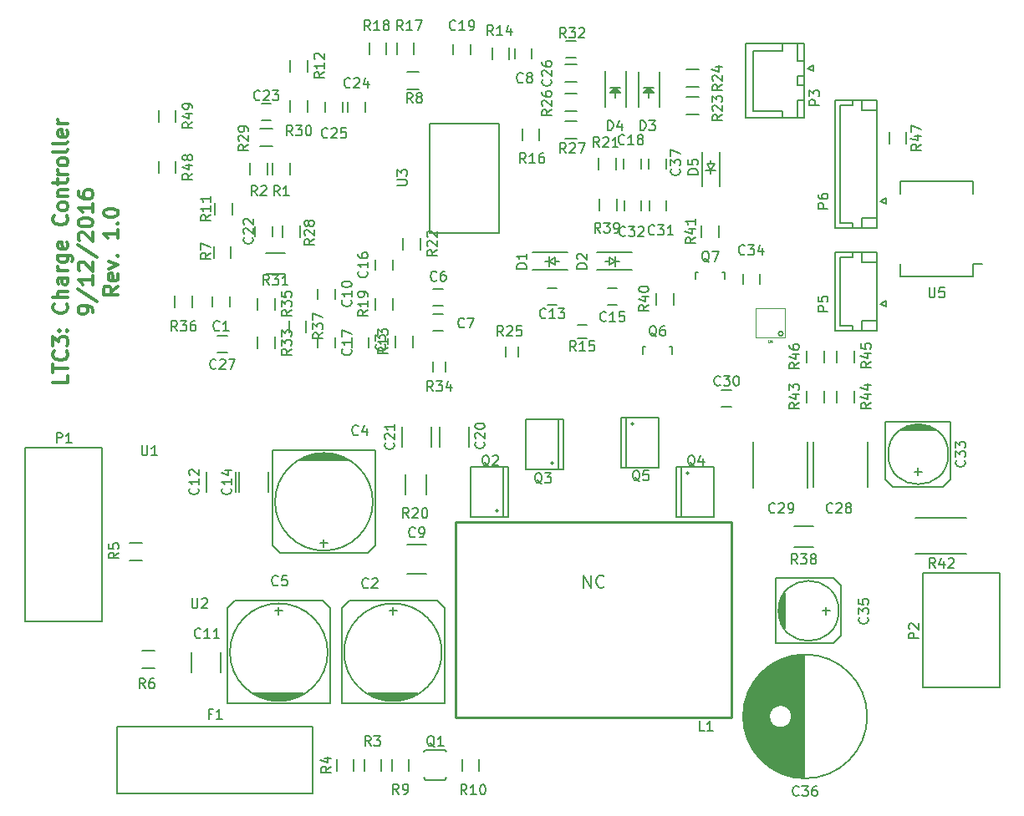
<source format=gto>
G04 #@! TF.FileFunction,Legend,Top*
%FSLAX46Y46*%
G04 Gerber Fmt 4.6, Leading zero omitted, Abs format (unit mm)*
G04 Created by KiCad (PCBNEW 4.0.5+dfsg1-4) date Wed Feb  8 16:57:30 2017*
%MOMM*%
%LPD*%
G01*
G04 APERTURE LIST*
%ADD10C,0.100000*%
%ADD11C,0.300000*%
%ADD12C,0.150000*%
%ADD13C,0.254000*%
%ADD14C,0.062500*%
%ADD15C,0.203200*%
G04 APERTURE END LIST*
D10*
D11*
X99034571Y-99736713D02*
X99034571Y-100450999D01*
X97534571Y-100450999D01*
X97534571Y-99450999D02*
X97534571Y-98593856D01*
X99034571Y-99022427D02*
X97534571Y-99022427D01*
X98891714Y-97236713D02*
X98963143Y-97308142D01*
X99034571Y-97522428D01*
X99034571Y-97665285D01*
X98963143Y-97879570D01*
X98820286Y-98022428D01*
X98677429Y-98093856D01*
X98391714Y-98165285D01*
X98177429Y-98165285D01*
X97891714Y-98093856D01*
X97748857Y-98022428D01*
X97606000Y-97879570D01*
X97534571Y-97665285D01*
X97534571Y-97522428D01*
X97606000Y-97308142D01*
X97677429Y-97236713D01*
X97534571Y-96736713D02*
X97534571Y-95808142D01*
X98106000Y-96308142D01*
X98106000Y-96093856D01*
X98177429Y-95950999D01*
X98248857Y-95879570D01*
X98391714Y-95808142D01*
X98748857Y-95808142D01*
X98891714Y-95879570D01*
X98963143Y-95950999D01*
X99034571Y-96093856D01*
X99034571Y-96522428D01*
X98963143Y-96665285D01*
X98891714Y-96736713D01*
X98891714Y-95165285D02*
X98963143Y-95093857D01*
X99034571Y-95165285D01*
X98963143Y-95236714D01*
X98891714Y-95165285D01*
X99034571Y-95165285D01*
X98106000Y-95165285D02*
X98177429Y-95093857D01*
X98248857Y-95165285D01*
X98177429Y-95236714D01*
X98106000Y-95165285D01*
X98248857Y-95165285D01*
X98891714Y-92450999D02*
X98963143Y-92522428D01*
X99034571Y-92736714D01*
X99034571Y-92879571D01*
X98963143Y-93093856D01*
X98820286Y-93236714D01*
X98677429Y-93308142D01*
X98391714Y-93379571D01*
X98177429Y-93379571D01*
X97891714Y-93308142D01*
X97748857Y-93236714D01*
X97606000Y-93093856D01*
X97534571Y-92879571D01*
X97534571Y-92736714D01*
X97606000Y-92522428D01*
X97677429Y-92450999D01*
X99034571Y-91808142D02*
X97534571Y-91808142D01*
X99034571Y-91165285D02*
X98248857Y-91165285D01*
X98106000Y-91236714D01*
X98034571Y-91379571D01*
X98034571Y-91593856D01*
X98106000Y-91736714D01*
X98177429Y-91808142D01*
X99034571Y-89808142D02*
X98248857Y-89808142D01*
X98106000Y-89879571D01*
X98034571Y-90022428D01*
X98034571Y-90308142D01*
X98106000Y-90450999D01*
X98963143Y-89808142D02*
X99034571Y-89950999D01*
X99034571Y-90308142D01*
X98963143Y-90450999D01*
X98820286Y-90522428D01*
X98677429Y-90522428D01*
X98534571Y-90450999D01*
X98463143Y-90308142D01*
X98463143Y-89950999D01*
X98391714Y-89808142D01*
X99034571Y-89093856D02*
X98034571Y-89093856D01*
X98320286Y-89093856D02*
X98177429Y-89022428D01*
X98106000Y-88950999D01*
X98034571Y-88808142D01*
X98034571Y-88665285D01*
X98034571Y-87522428D02*
X99248857Y-87522428D01*
X99391714Y-87593857D01*
X99463143Y-87665285D01*
X99534571Y-87808142D01*
X99534571Y-88022428D01*
X99463143Y-88165285D01*
X98963143Y-87522428D02*
X99034571Y-87665285D01*
X99034571Y-87950999D01*
X98963143Y-88093857D01*
X98891714Y-88165285D01*
X98748857Y-88236714D01*
X98320286Y-88236714D01*
X98177429Y-88165285D01*
X98106000Y-88093857D01*
X98034571Y-87950999D01*
X98034571Y-87665285D01*
X98106000Y-87522428D01*
X98963143Y-86236714D02*
X99034571Y-86379571D01*
X99034571Y-86665285D01*
X98963143Y-86808142D01*
X98820286Y-86879571D01*
X98248857Y-86879571D01*
X98106000Y-86808142D01*
X98034571Y-86665285D01*
X98034571Y-86379571D01*
X98106000Y-86236714D01*
X98248857Y-86165285D01*
X98391714Y-86165285D01*
X98534571Y-86879571D01*
X98891714Y-83522428D02*
X98963143Y-83593857D01*
X99034571Y-83808143D01*
X99034571Y-83951000D01*
X98963143Y-84165285D01*
X98820286Y-84308143D01*
X98677429Y-84379571D01*
X98391714Y-84451000D01*
X98177429Y-84451000D01*
X97891714Y-84379571D01*
X97748857Y-84308143D01*
X97606000Y-84165285D01*
X97534571Y-83951000D01*
X97534571Y-83808143D01*
X97606000Y-83593857D01*
X97677429Y-83522428D01*
X99034571Y-82665285D02*
X98963143Y-82808143D01*
X98891714Y-82879571D01*
X98748857Y-82951000D01*
X98320286Y-82951000D01*
X98177429Y-82879571D01*
X98106000Y-82808143D01*
X98034571Y-82665285D01*
X98034571Y-82451000D01*
X98106000Y-82308143D01*
X98177429Y-82236714D01*
X98320286Y-82165285D01*
X98748857Y-82165285D01*
X98891714Y-82236714D01*
X98963143Y-82308143D01*
X99034571Y-82451000D01*
X99034571Y-82665285D01*
X98034571Y-81522428D02*
X99034571Y-81522428D01*
X98177429Y-81522428D02*
X98106000Y-81451000D01*
X98034571Y-81308142D01*
X98034571Y-81093857D01*
X98106000Y-80951000D01*
X98248857Y-80879571D01*
X99034571Y-80879571D01*
X98034571Y-80379571D02*
X98034571Y-79808142D01*
X97534571Y-80165285D02*
X98820286Y-80165285D01*
X98963143Y-80093857D01*
X99034571Y-79950999D01*
X99034571Y-79808142D01*
X99034571Y-79308142D02*
X98034571Y-79308142D01*
X98320286Y-79308142D02*
X98177429Y-79236714D01*
X98106000Y-79165285D01*
X98034571Y-79022428D01*
X98034571Y-78879571D01*
X99034571Y-78165285D02*
X98963143Y-78308143D01*
X98891714Y-78379571D01*
X98748857Y-78451000D01*
X98320286Y-78451000D01*
X98177429Y-78379571D01*
X98106000Y-78308143D01*
X98034571Y-78165285D01*
X98034571Y-77951000D01*
X98106000Y-77808143D01*
X98177429Y-77736714D01*
X98320286Y-77665285D01*
X98748857Y-77665285D01*
X98891714Y-77736714D01*
X98963143Y-77808143D01*
X99034571Y-77951000D01*
X99034571Y-78165285D01*
X99034571Y-76808142D02*
X98963143Y-76951000D01*
X98820286Y-77022428D01*
X97534571Y-77022428D01*
X99034571Y-76022428D02*
X98963143Y-76165286D01*
X98820286Y-76236714D01*
X97534571Y-76236714D01*
X98963143Y-74879572D02*
X99034571Y-75022429D01*
X99034571Y-75308143D01*
X98963143Y-75451000D01*
X98820286Y-75522429D01*
X98248857Y-75522429D01*
X98106000Y-75451000D01*
X98034571Y-75308143D01*
X98034571Y-75022429D01*
X98106000Y-74879572D01*
X98248857Y-74808143D01*
X98391714Y-74808143D01*
X98534571Y-75522429D01*
X99034571Y-74165286D02*
X98034571Y-74165286D01*
X98320286Y-74165286D02*
X98177429Y-74093858D01*
X98106000Y-74022429D01*
X98034571Y-73879572D01*
X98034571Y-73736715D01*
X101584571Y-93343856D02*
X101584571Y-93058141D01*
X101513143Y-92915284D01*
X101441714Y-92843856D01*
X101227429Y-92700998D01*
X100941714Y-92629570D01*
X100370286Y-92629570D01*
X100227429Y-92700998D01*
X100156000Y-92772427D01*
X100084571Y-92915284D01*
X100084571Y-93200998D01*
X100156000Y-93343856D01*
X100227429Y-93415284D01*
X100370286Y-93486713D01*
X100727429Y-93486713D01*
X100870286Y-93415284D01*
X100941714Y-93343856D01*
X101013143Y-93200998D01*
X101013143Y-92915284D01*
X100941714Y-92772427D01*
X100870286Y-92700998D01*
X100727429Y-92629570D01*
X100013143Y-90915285D02*
X101941714Y-92200999D01*
X101584571Y-89629570D02*
X101584571Y-90486713D01*
X101584571Y-90058141D02*
X100084571Y-90058141D01*
X100298857Y-90200998D01*
X100441714Y-90343856D01*
X100513143Y-90486713D01*
X100227429Y-89058142D02*
X100156000Y-88986713D01*
X100084571Y-88843856D01*
X100084571Y-88486713D01*
X100156000Y-88343856D01*
X100227429Y-88272427D01*
X100370286Y-88200999D01*
X100513143Y-88200999D01*
X100727429Y-88272427D01*
X101584571Y-89129570D01*
X101584571Y-88200999D01*
X100013143Y-86486714D02*
X101941714Y-87772428D01*
X100227429Y-86058142D02*
X100156000Y-85986713D01*
X100084571Y-85843856D01*
X100084571Y-85486713D01*
X100156000Y-85343856D01*
X100227429Y-85272427D01*
X100370286Y-85200999D01*
X100513143Y-85200999D01*
X100727429Y-85272427D01*
X101584571Y-86129570D01*
X101584571Y-85200999D01*
X100084571Y-84272428D02*
X100084571Y-84129571D01*
X100156000Y-83986714D01*
X100227429Y-83915285D01*
X100370286Y-83843856D01*
X100656000Y-83772428D01*
X101013143Y-83772428D01*
X101298857Y-83843856D01*
X101441714Y-83915285D01*
X101513143Y-83986714D01*
X101584571Y-84129571D01*
X101584571Y-84272428D01*
X101513143Y-84415285D01*
X101441714Y-84486714D01*
X101298857Y-84558142D01*
X101013143Y-84629571D01*
X100656000Y-84629571D01*
X100370286Y-84558142D01*
X100227429Y-84486714D01*
X100156000Y-84415285D01*
X100084571Y-84272428D01*
X101584571Y-82343857D02*
X101584571Y-83201000D01*
X101584571Y-82772428D02*
X100084571Y-82772428D01*
X100298857Y-82915285D01*
X100441714Y-83058143D01*
X100513143Y-83201000D01*
X100084571Y-81058143D02*
X100084571Y-81343857D01*
X100156000Y-81486714D01*
X100227429Y-81558143D01*
X100441714Y-81701000D01*
X100727429Y-81772429D01*
X101298857Y-81772429D01*
X101441714Y-81701000D01*
X101513143Y-81629572D01*
X101584571Y-81486714D01*
X101584571Y-81201000D01*
X101513143Y-81058143D01*
X101441714Y-80986714D01*
X101298857Y-80915286D01*
X100941714Y-80915286D01*
X100798857Y-80986714D01*
X100727429Y-81058143D01*
X100656000Y-81201000D01*
X100656000Y-81486714D01*
X100727429Y-81629572D01*
X100798857Y-81701000D01*
X100941714Y-81772429D01*
X104134571Y-90665285D02*
X103420286Y-91165285D01*
X104134571Y-91522428D02*
X102634571Y-91522428D01*
X102634571Y-90951000D01*
X102706000Y-90808142D01*
X102777429Y-90736714D01*
X102920286Y-90665285D01*
X103134571Y-90665285D01*
X103277429Y-90736714D01*
X103348857Y-90808142D01*
X103420286Y-90951000D01*
X103420286Y-91522428D01*
X104063143Y-89451000D02*
X104134571Y-89593857D01*
X104134571Y-89879571D01*
X104063143Y-90022428D01*
X103920286Y-90093857D01*
X103348857Y-90093857D01*
X103206000Y-90022428D01*
X103134571Y-89879571D01*
X103134571Y-89593857D01*
X103206000Y-89451000D01*
X103348857Y-89379571D01*
X103491714Y-89379571D01*
X103634571Y-90093857D01*
X103134571Y-88879571D02*
X104134571Y-88522428D01*
X103134571Y-88165286D01*
X103991714Y-87593857D02*
X104063143Y-87522429D01*
X104134571Y-87593857D01*
X104063143Y-87665286D01*
X103991714Y-87593857D01*
X104134571Y-87593857D01*
X104134571Y-84951000D02*
X104134571Y-85808143D01*
X104134571Y-85379571D02*
X102634571Y-85379571D01*
X102848857Y-85522428D01*
X102991714Y-85665286D01*
X103063143Y-85808143D01*
X103991714Y-84308143D02*
X104063143Y-84236715D01*
X104134571Y-84308143D01*
X104063143Y-84379572D01*
X103991714Y-84308143D01*
X104134571Y-84308143D01*
X102634571Y-83308143D02*
X102634571Y-83165286D01*
X102706000Y-83022429D01*
X102777429Y-82951000D01*
X102920286Y-82879571D01*
X103206000Y-82808143D01*
X103563143Y-82808143D01*
X103848857Y-82879571D01*
X103991714Y-82951000D01*
X104063143Y-83022429D01*
X104134571Y-83165286D01*
X104134571Y-83308143D01*
X104063143Y-83451000D01*
X103991714Y-83522429D01*
X103848857Y-83593857D01*
X103563143Y-83665286D01*
X103206000Y-83665286D01*
X102920286Y-83593857D01*
X102777429Y-83522429D01*
X102706000Y-83451000D01*
X102634571Y-83308143D01*
D12*
X176762000Y-84742000D02*
X180962000Y-84742000D01*
X180962000Y-84742000D02*
X180962000Y-71842000D01*
X180962000Y-71842000D02*
X176762000Y-71842000D01*
X176762000Y-71842000D02*
X176762000Y-84742000D01*
X178562000Y-84742000D02*
X178562000Y-84242000D01*
X178562000Y-84242000D02*
X177262000Y-84242000D01*
X177262000Y-84242000D02*
X177262000Y-72342000D01*
X177262000Y-72342000D02*
X178562000Y-72342000D01*
X178562000Y-72342000D02*
X178562000Y-71842000D01*
X179462000Y-84742000D02*
X179462000Y-83742000D01*
X179462000Y-83742000D02*
X180962000Y-83742000D01*
X179462000Y-71842000D02*
X179462000Y-72842000D01*
X179462000Y-72842000D02*
X180962000Y-72842000D01*
X181312000Y-82042000D02*
X181912000Y-82342000D01*
X181912000Y-82342000D02*
X181912000Y-81742000D01*
X181912000Y-81742000D02*
X181312000Y-82042000D01*
X123862000Y-142078000D02*
X104050000Y-142078000D01*
X123862000Y-135347000D02*
X123862000Y-142078000D01*
X104050000Y-135347000D02*
X123862000Y-135347000D01*
X104050000Y-142078000D02*
X104050000Y-135347000D01*
X173631000Y-140526000D02*
X173631000Y-128026000D01*
X173491000Y-140522000D02*
X173491000Y-128030000D01*
X173351000Y-140516000D02*
X173351000Y-128036000D01*
X173211000Y-140506000D02*
X173211000Y-128046000D01*
X173071000Y-140494000D02*
X173071000Y-128058000D01*
X172931000Y-140478000D02*
X172931000Y-128074000D01*
X172791000Y-140459000D02*
X172791000Y-128093000D01*
X172651000Y-140436000D02*
X172651000Y-128116000D01*
X172511000Y-140411000D02*
X172511000Y-128141000D01*
X172371000Y-140382000D02*
X172371000Y-128170000D01*
X172231000Y-140349000D02*
X172231000Y-134797000D01*
X172231000Y-133755000D02*
X172231000Y-128203000D01*
X172091000Y-140314000D02*
X172091000Y-135010000D01*
X172091000Y-133542000D02*
X172091000Y-128238000D01*
X171951000Y-140275000D02*
X171951000Y-135152000D01*
X171951000Y-133400000D02*
X171951000Y-128277000D01*
X171811000Y-140232000D02*
X171811000Y-135254000D01*
X171811000Y-133298000D02*
X171811000Y-128320000D01*
X171671000Y-140185000D02*
X171671000Y-135328000D01*
X171671000Y-133224000D02*
X171671000Y-128367000D01*
X171531000Y-140135000D02*
X171531000Y-135379000D01*
X171531000Y-133173000D02*
X171531000Y-128417000D01*
X171391000Y-140081000D02*
X171391000Y-135411000D01*
X171391000Y-133141000D02*
X171391000Y-128471000D01*
X171251000Y-140024000D02*
X171251000Y-135425000D01*
X171251000Y-133127000D02*
X171251000Y-128528000D01*
X171111000Y-139962000D02*
X171111000Y-135422000D01*
X171111000Y-133130000D02*
X171111000Y-128590000D01*
X170971000Y-139896000D02*
X170971000Y-135402000D01*
X170971000Y-133150000D02*
X170971000Y-128656000D01*
X170831000Y-139825000D02*
X170831000Y-135363000D01*
X170831000Y-133189000D02*
X170831000Y-128727000D01*
X170691000Y-139751000D02*
X170691000Y-135304000D01*
X170691000Y-133248000D02*
X170691000Y-128801000D01*
X170551000Y-139671000D02*
X170551000Y-135221000D01*
X170551000Y-133331000D02*
X170551000Y-128881000D01*
X170411000Y-139587000D02*
X170411000Y-135107000D01*
X170411000Y-133445000D02*
X170411000Y-128965000D01*
X170271000Y-139497000D02*
X170271000Y-134946000D01*
X170271000Y-133606000D02*
X170271000Y-129055000D01*
X170131000Y-139403000D02*
X170131000Y-134685000D01*
X170131000Y-133867000D02*
X170131000Y-129149000D01*
X169991000Y-139302000D02*
X169991000Y-129250000D01*
X169851000Y-139195000D02*
X169851000Y-129357000D01*
X169711000Y-139083000D02*
X169711000Y-129469000D01*
X169571000Y-138963000D02*
X169571000Y-129589000D01*
X169431000Y-138835000D02*
X169431000Y-129717000D01*
X169291000Y-138700000D02*
X169291000Y-129852000D01*
X169151000Y-138556000D02*
X169151000Y-129996000D01*
X169011000Y-138401000D02*
X169011000Y-130151000D01*
X168871000Y-138236000D02*
X168871000Y-130316000D01*
X168731000Y-138059000D02*
X168731000Y-130493000D01*
X168591000Y-137868000D02*
X168591000Y-130684000D01*
X168451000Y-137659000D02*
X168451000Y-130893000D01*
X168311000Y-137431000D02*
X168311000Y-131121000D01*
X168171000Y-137179000D02*
X168171000Y-131373000D01*
X168031000Y-136895000D02*
X168031000Y-131657000D01*
X167891000Y-136567000D02*
X167891000Y-131985000D01*
X167751000Y-136173000D02*
X167751000Y-132379000D01*
X167611000Y-135659000D02*
X167611000Y-132893000D01*
X167471000Y-134709000D02*
X167471000Y-133843000D01*
X172356000Y-134276000D02*
G75*
G03X172356000Y-134276000I-1150000J0D01*
G01*
X179993500Y-134276000D02*
G75*
G03X179993500Y-134276000I-6287500J0D01*
G01*
X115404000Y-92702000D02*
X115404000Y-91702000D01*
X113704000Y-91702000D02*
X113704000Y-92702000D01*
X129501000Y-96893000D02*
X129501000Y-95893000D01*
X127801000Y-95893000D02*
X127801000Y-96893000D01*
X137050400Y-90945600D02*
X136050400Y-90945600D01*
X136050400Y-92645600D02*
X137050400Y-92645600D01*
X137025000Y-93511000D02*
X136025000Y-93511000D01*
X136025000Y-95211000D02*
X137025000Y-95211000D01*
X144311000Y-66556000D02*
X144311000Y-67556000D01*
X146011000Y-67556000D02*
X146011000Y-66556000D01*
X126072000Y-91940000D02*
X126072000Y-90940000D01*
X124372000Y-90940000D02*
X124372000Y-91940000D01*
X147582000Y-92544000D02*
X148582000Y-92544000D01*
X148582000Y-90844000D02*
X147582000Y-90844000D01*
X153678000Y-92544000D02*
X154678000Y-92544000D01*
X154678000Y-90844000D02*
X153678000Y-90844000D01*
X130214000Y-88019000D02*
X130214000Y-89019000D01*
X131914000Y-89019000D02*
X131914000Y-88019000D01*
X126072000Y-96893000D02*
X126072000Y-95893000D01*
X124372000Y-95893000D02*
X124372000Y-96893000D01*
X157060000Y-78732000D02*
X157060000Y-77732000D01*
X155360000Y-77732000D02*
X155360000Y-78732000D01*
X138088000Y-66175000D02*
X138088000Y-67175000D01*
X139788000Y-67175000D02*
X139788000Y-66175000D01*
X119722000Y-85590000D02*
X119722000Y-84590000D01*
X118022000Y-84590000D02*
X118022000Y-85590000D01*
X118626000Y-73875000D02*
X119626000Y-73875000D01*
X119626000Y-72175000D02*
X118626000Y-72175000D01*
X127420000Y-72017000D02*
X127420000Y-73017000D01*
X129120000Y-73017000D02*
X129120000Y-72017000D01*
X125134000Y-72017000D02*
X125134000Y-73017000D01*
X126834000Y-73017000D02*
X126834000Y-72017000D01*
X149487000Y-67525000D02*
X150487000Y-67525000D01*
X150487000Y-65825000D02*
X149487000Y-65825000D01*
X114181000Y-97370000D02*
X115181000Y-97370000D01*
X115181000Y-95670000D02*
X114181000Y-95670000D01*
X166256000Y-101226000D02*
X165256000Y-101226000D01*
X165256000Y-102926000D02*
X166256000Y-102926000D01*
X159606000Y-82976000D02*
X159606000Y-81976000D01*
X157906000Y-81976000D02*
X157906000Y-82976000D01*
X155406000Y-81976000D02*
X155406000Y-82976000D01*
X157106000Y-82976000D02*
X157106000Y-81976000D01*
X167425000Y-89416000D02*
X167425000Y-90416000D01*
X169125000Y-90416000D02*
X169125000Y-89416000D01*
X148399500Y-88138000D02*
X148780500Y-88138000D01*
X147383500Y-88138000D02*
X147764500Y-88138000D01*
X147764500Y-88138000D02*
X148399500Y-87757000D01*
X148399500Y-87757000D02*
X148399500Y-88519000D01*
X148399500Y-88519000D02*
X147764500Y-88138000D01*
X147764500Y-87630000D02*
X147764500Y-88646000D01*
X146082000Y-89038000D02*
X149622000Y-89038000D01*
X146082000Y-87238000D02*
X149622000Y-87238000D01*
X153860500Y-88138000D02*
X153479500Y-88138000D01*
X154876500Y-88138000D02*
X154495500Y-88138000D01*
X154495500Y-88138000D02*
X153860500Y-88519000D01*
X153860500Y-88519000D02*
X153860500Y-87757000D01*
X153860500Y-87757000D02*
X154495500Y-88138000D01*
X154495500Y-88646000D02*
X154495500Y-87630000D01*
X156178000Y-87238000D02*
X152638000Y-87238000D01*
X156178000Y-89038000D02*
X152638000Y-89038000D01*
X137170000Y-140692000D02*
X135270000Y-140692000D01*
X135270000Y-140692000D02*
X135070000Y-140492000D01*
X137370000Y-140492000D02*
X137170000Y-140692000D01*
X137370000Y-137892000D02*
X137170000Y-137692000D01*
X137170000Y-137692000D02*
X135270000Y-137692000D01*
X135270000Y-137692000D02*
X135070000Y-137892000D01*
X142621000Y-113411000D02*
G75*
G03X142621000Y-113411000I-127000J0D01*
G01*
X143129000Y-114046000D02*
X143129000Y-108966000D01*
X139827000Y-114046000D02*
X139827000Y-108966000D01*
X143637000Y-114046000D02*
X143637000Y-108966000D01*
X143637000Y-114046000D02*
X139827000Y-114046000D01*
X143637000Y-108966000D02*
X139827000Y-108966000D01*
X148209000Y-108585000D02*
G75*
G03X148209000Y-108585000I-127000J0D01*
G01*
X148717000Y-109220000D02*
X148717000Y-104140000D01*
X145415000Y-109220000D02*
X145415000Y-104140000D01*
X149225000Y-109220000D02*
X149225000Y-104140000D01*
X149225000Y-109220000D02*
X145415000Y-109220000D01*
X149225000Y-104140000D02*
X145415000Y-104140000D01*
X161925000Y-109601000D02*
G75*
G03X161925000Y-109601000I-127000J0D01*
G01*
X161163000Y-108966000D02*
X161163000Y-114046000D01*
X164465000Y-108966000D02*
X164465000Y-114046000D01*
X160655000Y-108966000D02*
X160655000Y-114046000D01*
X160655000Y-108966000D02*
X164465000Y-108966000D01*
X160655000Y-114046000D02*
X164465000Y-114046000D01*
X156337000Y-104648000D02*
G75*
G03X156337000Y-104648000I-127000J0D01*
G01*
X155575000Y-104013000D02*
X155575000Y-109093000D01*
X158877000Y-104013000D02*
X158877000Y-109093000D01*
X155067000Y-104013000D02*
X155067000Y-109093000D01*
X155067000Y-104013000D02*
X158877000Y-104013000D01*
X155067000Y-109093000D02*
X158877000Y-109093000D01*
X165383160Y-89265760D02*
X165334900Y-89265760D01*
X162584180Y-89966800D02*
X162584180Y-89265760D01*
X162584180Y-89265760D02*
X162833100Y-89265760D01*
X165383160Y-89265760D02*
X165583820Y-89265760D01*
X165583820Y-89265760D02*
X165583820Y-89966800D01*
X121525000Y-78140000D02*
X121525000Y-79340000D01*
X119775000Y-79340000D02*
X119775000Y-78140000D01*
X117489000Y-79340000D02*
X117489000Y-78140000D01*
X119239000Y-78140000D02*
X119239000Y-79340000D01*
X129045000Y-139792000D02*
X129045000Y-138592000D01*
X130795000Y-138592000D02*
X130795000Y-139792000D01*
X126251000Y-139792000D02*
X126251000Y-138592000D01*
X128001000Y-138592000D02*
X128001000Y-139792000D01*
X113806000Y-87849000D02*
X113806000Y-86649000D01*
X115556000Y-86649000D02*
X115556000Y-87849000D01*
X134585000Y-70725000D02*
X133385000Y-70725000D01*
X133385000Y-68975000D02*
X134585000Y-68975000D01*
X131839000Y-139792000D02*
X131839000Y-138592000D01*
X133589000Y-138592000D02*
X133589000Y-139792000D01*
X138951000Y-139792000D02*
X138951000Y-138592000D01*
X140701000Y-138592000D02*
X140701000Y-139792000D01*
X113933000Y-83404000D02*
X113933000Y-82204000D01*
X115683000Y-82204000D02*
X115683000Y-83404000D01*
X121553000Y-68926000D02*
X121553000Y-67726000D01*
X123303000Y-67726000D02*
X123303000Y-68926000D01*
X133971000Y-95666000D02*
X133971000Y-96866000D01*
X132221000Y-96866000D02*
X132221000Y-95666000D01*
X143750000Y-66456000D02*
X143750000Y-67656000D01*
X142000000Y-67656000D02*
X142000000Y-66456000D01*
X146798000Y-74711000D02*
X146798000Y-75911000D01*
X145048000Y-75911000D02*
X145048000Y-74711000D01*
X132348000Y-67148000D02*
X132348000Y-65948000D01*
X134098000Y-65948000D02*
X134098000Y-67148000D01*
X131304000Y-65948000D02*
X131304000Y-67148000D01*
X129554000Y-67148000D02*
X129554000Y-65948000D01*
X131939000Y-91856000D02*
X131939000Y-93056000D01*
X130189000Y-93056000D02*
X130189000Y-91856000D01*
X152795000Y-78832000D02*
X152795000Y-77632000D01*
X154545000Y-77632000D02*
X154545000Y-78832000D01*
X132983000Y-86960000D02*
X132983000Y-85760000D01*
X134733000Y-85760000D02*
X134733000Y-86960000D01*
X161706000Y-71515000D02*
X162906000Y-71515000D01*
X162906000Y-73265000D02*
X161706000Y-73265000D01*
X161706000Y-68721000D02*
X162906000Y-68721000D01*
X162906000Y-70471000D02*
X161706000Y-70471000D01*
X150587000Y-72884000D02*
X149387000Y-72884000D01*
X149387000Y-71134000D02*
X150587000Y-71134000D01*
X150587000Y-75678000D02*
X149387000Y-75678000D01*
X149387000Y-73928000D02*
X150587000Y-73928000D01*
X120791000Y-85690000D02*
X120791000Y-84490000D01*
X122541000Y-84490000D02*
X122541000Y-85690000D01*
X118526000Y-74690000D02*
X119726000Y-74690000D01*
X119726000Y-76440000D02*
X118526000Y-76440000D01*
X123303000Y-71790000D02*
X123303000Y-72990000D01*
X121553000Y-72990000D02*
X121553000Y-71790000D01*
X150587000Y-69963000D02*
X149387000Y-69963000D01*
X149387000Y-68213000D02*
X150587000Y-68213000D01*
X118251000Y-96993000D02*
X118251000Y-95793000D01*
X120001000Y-95793000D02*
X120001000Y-96993000D01*
X118251000Y-93056000D02*
X118251000Y-91856000D01*
X120001000Y-91856000D02*
X120001000Y-93056000D01*
X111619000Y-91602000D02*
X111619000Y-92802000D01*
X109869000Y-92802000D02*
X109869000Y-91602000D01*
X121426000Y-95342000D02*
X121426000Y-94142000D01*
X123176000Y-94142000D02*
X123176000Y-95342000D01*
X152881000Y-82976000D02*
X152881000Y-81776000D01*
X154631000Y-81776000D02*
X154631000Y-82976000D01*
X160387000Y-91348000D02*
X160387000Y-92548000D01*
X158637000Y-92548000D02*
X158637000Y-91348000D01*
X164959000Y-84490000D02*
X164959000Y-85690000D01*
X163209000Y-85690000D02*
X163209000Y-84490000D01*
X139192000Y-74221360D02*
X135691880Y-74221360D01*
X135691880Y-74221360D02*
X135691880Y-85275440D01*
X135691880Y-85275440D02*
X142692120Y-85275440D01*
X142692120Y-85275440D02*
X142692120Y-74221360D01*
X142692120Y-74221360D02*
X139192000Y-74221360D01*
X171458254Y-95471000D02*
G75*
G03X171458254Y-95471000I-228254J0D01*
G01*
D10*
X168677500Y-95863500D02*
X168677500Y-92863500D01*
X168677500Y-92863500D02*
X171677500Y-92863500D01*
X171677500Y-92863500D02*
X171677500Y-95863500D01*
X171677500Y-95863500D02*
X168677500Y-95863500D01*
D13*
X138303000Y-134366000D02*
X138303000Y-114554000D01*
X166243000Y-134366000D02*
X138303000Y-134366000D01*
X166243000Y-114554000D02*
X166243000Y-134366000D01*
X138303000Y-114554000D02*
X166243000Y-114554000D01*
D12*
X156836400Y-68919200D02*
X156836400Y-72519200D01*
X158936400Y-68919200D02*
X158936400Y-72519200D01*
X158186400Y-70969200D02*
X157586400Y-70969200D01*
X157586400Y-70969200D02*
X157886400Y-70669200D01*
X157886400Y-70669200D02*
X158086400Y-70869200D01*
X158086400Y-70869200D02*
X157836400Y-70869200D01*
X157836400Y-70869200D02*
X157886400Y-70819200D01*
X158386400Y-70569200D02*
X157386400Y-70569200D01*
X157886400Y-71069200D02*
X157886400Y-71569200D01*
X157886400Y-70569200D02*
X158386400Y-71069200D01*
X158386400Y-71069200D02*
X157386400Y-71069200D01*
X157386400Y-71069200D02*
X157886400Y-70569200D01*
X153432800Y-68868400D02*
X153432800Y-72468400D01*
X155532800Y-68868400D02*
X155532800Y-72468400D01*
X154782800Y-70918400D02*
X154182800Y-70918400D01*
X154182800Y-70918400D02*
X154482800Y-70618400D01*
X154482800Y-70618400D02*
X154682800Y-70818400D01*
X154682800Y-70818400D02*
X154432800Y-70818400D01*
X154432800Y-70818400D02*
X154482800Y-70768400D01*
X154982800Y-70518400D02*
X153982800Y-70518400D01*
X154482800Y-71018400D02*
X154482800Y-71518400D01*
X154482800Y-70518400D02*
X154982800Y-71018400D01*
X154982800Y-71018400D02*
X153982800Y-71018400D01*
X153982800Y-71018400D02*
X154482800Y-70518400D01*
X151630000Y-95925000D02*
X150630000Y-95925000D01*
X150630000Y-94575000D02*
X151630000Y-94575000D01*
X144693000Y-96782000D02*
X144693000Y-97782000D01*
X143343000Y-97782000D02*
X143343000Y-96782000D01*
X137327000Y-98306000D02*
X137327000Y-99306000D01*
X135977000Y-99306000D02*
X135977000Y-98306000D01*
X157900000Y-77732000D02*
X157900000Y-78732000D01*
X159600000Y-78732000D02*
X159600000Y-77732000D01*
X175627000Y-101254000D02*
X175627000Y-102454000D01*
X173877000Y-102454000D02*
X173877000Y-101254000D01*
X176925000Y-102454000D02*
X176925000Y-101254000D01*
X178675000Y-101254000D02*
X178675000Y-102454000D01*
X178675000Y-97190000D02*
X178675000Y-98390000D01*
X176925000Y-98390000D02*
X176925000Y-97190000D01*
X175627000Y-97190000D02*
X175627000Y-98390000D01*
X173877000Y-98390000D02*
X173877000Y-97190000D01*
X132972000Y-132602500D02*
X130940000Y-132602500D01*
X130559000Y-132475500D02*
X133480000Y-132475500D01*
X133734000Y-132348500D02*
X130178000Y-132348500D01*
X129797000Y-132221500D02*
X134115000Y-132221500D01*
X134369000Y-132094500D02*
X129543000Y-132094500D01*
X129416000Y-131967500D02*
X134496000Y-131967500D01*
X126749000Y-132983500D02*
X137163000Y-132983500D01*
X137163000Y-132983500D02*
X137163000Y-123331500D01*
X137163000Y-123331500D02*
X136401000Y-122569500D01*
X136401000Y-122569500D02*
X127511000Y-122569500D01*
X127511000Y-122569500D02*
X126749000Y-123331500D01*
X126749000Y-123331500D02*
X126749000Y-132983500D01*
X131956000Y-123204500D02*
X131956000Y-123966500D01*
X131575000Y-123585500D02*
X132337000Y-123585500D01*
X136909000Y-127776500D02*
G75*
G03X136909000Y-127776500I-4953000J0D01*
G01*
X123952000Y-107696000D02*
X125984000Y-107696000D01*
X126365000Y-107823000D02*
X123444000Y-107823000D01*
X123190000Y-107950000D02*
X126746000Y-107950000D01*
X127127000Y-108077000D02*
X122809000Y-108077000D01*
X122555000Y-108204000D02*
X127381000Y-108204000D01*
X127508000Y-108331000D02*
X122428000Y-108331000D01*
X130175000Y-107315000D02*
X119761000Y-107315000D01*
X119761000Y-107315000D02*
X119761000Y-116967000D01*
X119761000Y-116967000D02*
X120523000Y-117729000D01*
X120523000Y-117729000D02*
X129413000Y-117729000D01*
X129413000Y-117729000D02*
X130175000Y-116967000D01*
X130175000Y-116967000D02*
X130175000Y-107315000D01*
X124968000Y-117094000D02*
X124968000Y-116332000D01*
X125349000Y-116713000D02*
X124587000Y-116713000D01*
X129921000Y-112522000D02*
G75*
G03X129921000Y-112522000I-4953000J0D01*
G01*
X121412000Y-132602500D02*
X119380000Y-132602500D01*
X118999000Y-132475500D02*
X121920000Y-132475500D01*
X122174000Y-132348500D02*
X118618000Y-132348500D01*
X118237000Y-132221500D02*
X122555000Y-132221500D01*
X122809000Y-132094500D02*
X117983000Y-132094500D01*
X117856000Y-131967500D02*
X122936000Y-131967500D01*
X115189000Y-132983500D02*
X125603000Y-132983500D01*
X125603000Y-132983500D02*
X125603000Y-123331500D01*
X125603000Y-123331500D02*
X124841000Y-122569500D01*
X124841000Y-122569500D02*
X115951000Y-122569500D01*
X115951000Y-122569500D02*
X115189000Y-123331500D01*
X115189000Y-123331500D02*
X115189000Y-132983500D01*
X120396000Y-123204500D02*
X120396000Y-123966500D01*
X120015000Y-123585500D02*
X120777000Y-123585500D01*
X125349000Y-127776500D02*
G75*
G03X125349000Y-127776500I-4953000J0D01*
G01*
X135366000Y-116889000D02*
X133366000Y-116889000D01*
X133366000Y-119839000D02*
X135366000Y-119839000D01*
X114505000Y-129778000D02*
X114505000Y-127778000D01*
X111555000Y-127778000D02*
X111555000Y-129778000D01*
X113079000Y-109514000D02*
X113079000Y-111514000D01*
X116029000Y-111514000D02*
X116029000Y-109514000D01*
X116381000Y-109514000D02*
X116381000Y-111514000D01*
X119331000Y-111514000D02*
X119331000Y-109514000D01*
X136701000Y-104918000D02*
X136701000Y-106918000D01*
X139651000Y-106918000D02*
X139651000Y-104918000D01*
X132891000Y-104918000D02*
X132891000Y-106918000D01*
X135841000Y-106918000D02*
X135841000Y-104918000D01*
X174567000Y-106412000D02*
X174567000Y-111012000D01*
X180017000Y-111012000D02*
X180017000Y-106412000D01*
X168471000Y-106476000D02*
X168471000Y-111076000D01*
X173921000Y-111076000D02*
X173921000Y-106476000D01*
X185928000Y-104775000D02*
X184404000Y-104775000D01*
X184023000Y-104902000D02*
X186309000Y-104902000D01*
X186563000Y-105029000D02*
X183769000Y-105029000D01*
X183515000Y-105156000D02*
X186817000Y-105156000D01*
X186944000Y-105283000D02*
X183388000Y-105283000D01*
X188468000Y-104394000D02*
X181864000Y-104394000D01*
X181864000Y-104394000D02*
X181864000Y-110236000D01*
X181864000Y-110236000D02*
X182626000Y-110998000D01*
X182626000Y-110998000D02*
X187706000Y-110998000D01*
X187706000Y-110998000D02*
X188468000Y-110236000D01*
X188468000Y-110236000D02*
X188468000Y-104394000D01*
X185166000Y-109855000D02*
X185166000Y-109093000D01*
X185547000Y-109474000D02*
X184785000Y-109474000D01*
X188214000Y-107696000D02*
G75*
G03X188214000Y-107696000I-3048000J0D01*
G01*
X171135000Y-122814000D02*
X171135000Y-124338000D01*
X171262000Y-124719000D02*
X171262000Y-122433000D01*
X171389000Y-122179000D02*
X171389000Y-124973000D01*
X171516000Y-125227000D02*
X171516000Y-121925000D01*
X171643000Y-121798000D02*
X171643000Y-125354000D01*
X170754000Y-120274000D02*
X170754000Y-126878000D01*
X170754000Y-126878000D02*
X176596000Y-126878000D01*
X176596000Y-126878000D02*
X177358000Y-126116000D01*
X177358000Y-126116000D02*
X177358000Y-121036000D01*
X177358000Y-121036000D02*
X176596000Y-120274000D01*
X176596000Y-120274000D02*
X170754000Y-120274000D01*
X176215000Y-123576000D02*
X175453000Y-123576000D01*
X175834000Y-123195000D02*
X175834000Y-123957000D01*
X177104000Y-123576000D02*
G75*
G03X177104000Y-123576000I-3048000J0D01*
G01*
X164156000Y-78258500D02*
X164156000Y-77877500D01*
X164156000Y-79274500D02*
X164156000Y-78893500D01*
X164156000Y-78893500D02*
X163775000Y-78258500D01*
X163775000Y-78258500D02*
X164537000Y-78258500D01*
X164537000Y-78258500D02*
X164156000Y-78893500D01*
X163648000Y-78893500D02*
X164664000Y-78893500D01*
X165056000Y-80576000D02*
X165056000Y-77036000D01*
X163256000Y-80576000D02*
X163256000Y-77036000D01*
X173646000Y-66030000D02*
X167696000Y-66030000D01*
X167696000Y-66030000D02*
X167696000Y-73630000D01*
X167696000Y-73630000D02*
X173646000Y-73630000D01*
X173646000Y-73630000D02*
X173646000Y-66030000D01*
X173646000Y-69330000D02*
X172896000Y-69330000D01*
X172896000Y-69330000D02*
X172896000Y-70330000D01*
X172896000Y-70330000D02*
X173646000Y-70330000D01*
X173646000Y-70330000D02*
X173646000Y-69330000D01*
X173646000Y-66030000D02*
X172896000Y-66030000D01*
X172896000Y-66030000D02*
X172896000Y-67830000D01*
X172896000Y-67830000D02*
X173646000Y-67830000D01*
X173646000Y-67830000D02*
X173646000Y-66030000D01*
X173646000Y-71830000D02*
X172896000Y-71830000D01*
X172896000Y-71830000D02*
X172896000Y-73630000D01*
X172896000Y-73630000D02*
X173646000Y-73630000D01*
X173646000Y-73630000D02*
X173646000Y-71830000D01*
X171396000Y-66030000D02*
X171396000Y-66780000D01*
X171396000Y-66780000D02*
X168446000Y-66780000D01*
X168446000Y-66780000D02*
X168446000Y-69830000D01*
X171396000Y-73630000D02*
X171396000Y-72880000D01*
X171396000Y-72880000D02*
X168446000Y-72880000D01*
X168446000Y-72880000D02*
X168446000Y-69830000D01*
X173946000Y-68580000D02*
X174546000Y-68280000D01*
X174546000Y-68280000D02*
X174546000Y-68880000D01*
X174546000Y-68880000D02*
X173946000Y-68580000D01*
X176762000Y-95156000D02*
X180962000Y-95156000D01*
X180962000Y-95156000D02*
X180962000Y-87256000D01*
X180962000Y-87256000D02*
X176762000Y-87256000D01*
X176762000Y-87256000D02*
X176762000Y-95156000D01*
X178562000Y-95156000D02*
X178562000Y-94656000D01*
X178562000Y-94656000D02*
X177262000Y-94656000D01*
X177262000Y-94656000D02*
X177262000Y-87756000D01*
X177262000Y-87756000D02*
X178562000Y-87756000D01*
X178562000Y-87756000D02*
X178562000Y-87256000D01*
X179462000Y-95156000D02*
X179462000Y-94156000D01*
X179462000Y-94156000D02*
X180962000Y-94156000D01*
X179462000Y-87256000D02*
X179462000Y-88256000D01*
X179462000Y-88256000D02*
X180962000Y-88256000D01*
X181312000Y-92456000D02*
X181912000Y-92756000D01*
X181912000Y-92756000D02*
X181912000Y-92156000D01*
X181912000Y-92156000D02*
X181312000Y-92456000D01*
X160055160Y-96825760D02*
X160006900Y-96825760D01*
X157256180Y-97526800D02*
X157256180Y-96825760D01*
X157256180Y-96825760D02*
X157505100Y-96825760D01*
X160055160Y-96825760D02*
X160255820Y-96825760D01*
X160255820Y-96825760D02*
X160255820Y-97526800D01*
X184856000Y-114151000D02*
X190056000Y-114151000D01*
X190056000Y-117801000D02*
X184856000Y-117801000D01*
X106518000Y-118477000D02*
X105318000Y-118477000D01*
X105318000Y-116727000D02*
X106518000Y-116727000D01*
X107788000Y-129399000D02*
X106588000Y-129399000D01*
X106588000Y-127649000D02*
X107788000Y-127649000D01*
X133181000Y-111776000D02*
X133181000Y-109776000D01*
X135331000Y-109776000D02*
X135331000Y-111776000D01*
X121056000Y-89451000D02*
X119056000Y-89451000D01*
X119056000Y-87301000D02*
X121056000Y-87301000D01*
X172556000Y-115001000D02*
X174556000Y-115001000D01*
X174556000Y-117151000D02*
X172556000Y-117151000D01*
X94706000Y-124676000D02*
X102456000Y-124676000D01*
X94706000Y-107076000D02*
X102456000Y-107076000D01*
X94706000Y-124676000D02*
X94706000Y-107076000D01*
X102456000Y-124676000D02*
X102456000Y-107076000D01*
X183956000Y-75051000D02*
X183956000Y-76251000D01*
X182206000Y-76251000D02*
X182206000Y-75051000D01*
X108231000Y-79201000D02*
X108231000Y-78001000D01*
X109981000Y-78001000D02*
X109981000Y-79201000D01*
X108231000Y-74001000D02*
X108231000Y-72801000D01*
X109981000Y-72801000D02*
X109981000Y-74001000D01*
X190721000Y-89701000D02*
X190721000Y-88431000D01*
X183371000Y-89701000D02*
X183371000Y-88431000D01*
X183371000Y-80031000D02*
X183371000Y-81301000D01*
X190721000Y-80031000D02*
X190721000Y-81301000D01*
X190721000Y-89701000D02*
X183371000Y-89701000D01*
X190721000Y-80031000D02*
X183371000Y-80031000D01*
X190721000Y-88431000D02*
X191656000Y-88431000D01*
X193381000Y-119751000D02*
X185631000Y-119751000D01*
X193381000Y-131351000D02*
X185631000Y-131351000D01*
X193381000Y-119751000D02*
X193381000Y-131351000D01*
X185631000Y-119751000D02*
X185631000Y-131351000D01*
X176014381Y-82780095D02*
X175014381Y-82780095D01*
X175014381Y-82399142D01*
X175062000Y-82303904D01*
X175109619Y-82256285D01*
X175204857Y-82208666D01*
X175347714Y-82208666D01*
X175442952Y-82256285D01*
X175490571Y-82303904D01*
X175538190Y-82399142D01*
X175538190Y-82780095D01*
X175014381Y-81351523D02*
X175014381Y-81542000D01*
X175062000Y-81637238D01*
X175109619Y-81684857D01*
X175252476Y-81780095D01*
X175442952Y-81827714D01*
X175823905Y-81827714D01*
X175919143Y-81780095D01*
X175966762Y-81732476D01*
X176014381Y-81637238D01*
X176014381Y-81446761D01*
X175966762Y-81351523D01*
X175919143Y-81303904D01*
X175823905Y-81256285D01*
X175585810Y-81256285D01*
X175490571Y-81303904D01*
X175442952Y-81351523D01*
X175395333Y-81446761D01*
X175395333Y-81637238D01*
X175442952Y-81732476D01*
X175490571Y-81780095D01*
X175585810Y-81827714D01*
X113622667Y-134005571D02*
X113289333Y-134005571D01*
X113289333Y-134529381D02*
X113289333Y-133529381D01*
X113765524Y-133529381D01*
X114670286Y-134529381D02*
X114098857Y-134529381D01*
X114384571Y-134529381D02*
X114384571Y-133529381D01*
X114289333Y-133672238D01*
X114194095Y-133767476D01*
X114098857Y-133815095D01*
X173063143Y-142233143D02*
X173015524Y-142280762D01*
X172872667Y-142328381D01*
X172777429Y-142328381D01*
X172634571Y-142280762D01*
X172539333Y-142185524D01*
X172491714Y-142090286D01*
X172444095Y-141899810D01*
X172444095Y-141756952D01*
X172491714Y-141566476D01*
X172539333Y-141471238D01*
X172634571Y-141376000D01*
X172777429Y-141328381D01*
X172872667Y-141328381D01*
X173015524Y-141376000D01*
X173063143Y-141423619D01*
X173396476Y-141328381D02*
X174015524Y-141328381D01*
X173682190Y-141709333D01*
X173825048Y-141709333D01*
X173920286Y-141756952D01*
X173967905Y-141804571D01*
X174015524Y-141899810D01*
X174015524Y-142137905D01*
X173967905Y-142233143D01*
X173920286Y-142280762D01*
X173825048Y-142328381D01*
X173539333Y-142328381D01*
X173444095Y-142280762D01*
X173396476Y-142233143D01*
X174872667Y-141328381D02*
X174682190Y-141328381D01*
X174586952Y-141376000D01*
X174539333Y-141423619D01*
X174444095Y-141566476D01*
X174396476Y-141756952D01*
X174396476Y-142137905D01*
X174444095Y-142233143D01*
X174491714Y-142280762D01*
X174586952Y-142328381D01*
X174777429Y-142328381D01*
X174872667Y-142280762D01*
X174920286Y-142233143D01*
X174967905Y-142137905D01*
X174967905Y-141899810D01*
X174920286Y-141804571D01*
X174872667Y-141756952D01*
X174777429Y-141709333D01*
X174586952Y-141709333D01*
X174491714Y-141756952D01*
X174444095Y-141804571D01*
X174396476Y-141899810D01*
X114387334Y-95099143D02*
X114339715Y-95146762D01*
X114196858Y-95194381D01*
X114101620Y-95194381D01*
X113958762Y-95146762D01*
X113863524Y-95051524D01*
X113815905Y-94956286D01*
X113768286Y-94765810D01*
X113768286Y-94622952D01*
X113815905Y-94432476D01*
X113863524Y-94337238D01*
X113958762Y-94242000D01*
X114101620Y-94194381D01*
X114196858Y-94194381D01*
X114339715Y-94242000D01*
X114387334Y-94289619D01*
X115339715Y-95194381D02*
X114768286Y-95194381D01*
X115054000Y-95194381D02*
X115054000Y-94194381D01*
X114958762Y-94337238D01*
X114863524Y-94432476D01*
X114768286Y-94480095D01*
X131108143Y-96559666D02*
X131155762Y-96607285D01*
X131203381Y-96750142D01*
X131203381Y-96845380D01*
X131155762Y-96988238D01*
X131060524Y-97083476D01*
X130965286Y-97131095D01*
X130774810Y-97178714D01*
X130631952Y-97178714D01*
X130441476Y-97131095D01*
X130346238Y-97083476D01*
X130251000Y-96988238D01*
X130203381Y-96845380D01*
X130203381Y-96750142D01*
X130251000Y-96607285D01*
X130298619Y-96559666D01*
X130203381Y-96226333D02*
X130203381Y-95607285D01*
X130584333Y-95940619D01*
X130584333Y-95797761D01*
X130631952Y-95702523D01*
X130679571Y-95654904D01*
X130774810Y-95607285D01*
X131012905Y-95607285D01*
X131108143Y-95654904D01*
X131155762Y-95702523D01*
X131203381Y-95797761D01*
X131203381Y-96083476D01*
X131155762Y-96178714D01*
X131108143Y-96226333D01*
X136383734Y-90052743D02*
X136336115Y-90100362D01*
X136193258Y-90147981D01*
X136098020Y-90147981D01*
X135955162Y-90100362D01*
X135859924Y-90005124D01*
X135812305Y-89909886D01*
X135764686Y-89719410D01*
X135764686Y-89576552D01*
X135812305Y-89386076D01*
X135859924Y-89290838D01*
X135955162Y-89195600D01*
X136098020Y-89147981D01*
X136193258Y-89147981D01*
X136336115Y-89195600D01*
X136383734Y-89243219D01*
X137240877Y-89147981D02*
X137050400Y-89147981D01*
X136955162Y-89195600D01*
X136907543Y-89243219D01*
X136812305Y-89386076D01*
X136764686Y-89576552D01*
X136764686Y-89957505D01*
X136812305Y-90052743D01*
X136859924Y-90100362D01*
X136955162Y-90147981D01*
X137145639Y-90147981D01*
X137240877Y-90100362D01*
X137288496Y-90052743D01*
X137336115Y-89957505D01*
X137336115Y-89719410D01*
X137288496Y-89624171D01*
X137240877Y-89576552D01*
X137145639Y-89528933D01*
X136955162Y-89528933D01*
X136859924Y-89576552D01*
X136812305Y-89624171D01*
X136764686Y-89719410D01*
X139189334Y-94783143D02*
X139141715Y-94830762D01*
X138998858Y-94878381D01*
X138903620Y-94878381D01*
X138760762Y-94830762D01*
X138665524Y-94735524D01*
X138617905Y-94640286D01*
X138570286Y-94449810D01*
X138570286Y-94306952D01*
X138617905Y-94116476D01*
X138665524Y-94021238D01*
X138760762Y-93926000D01*
X138903620Y-93878381D01*
X138998858Y-93878381D01*
X139141715Y-93926000D01*
X139189334Y-93973619D01*
X139522667Y-93878381D02*
X140189334Y-93878381D01*
X139760762Y-94878381D01*
X145121334Y-69953143D02*
X145073715Y-70000762D01*
X144930858Y-70048381D01*
X144835620Y-70048381D01*
X144692762Y-70000762D01*
X144597524Y-69905524D01*
X144549905Y-69810286D01*
X144502286Y-69619810D01*
X144502286Y-69476952D01*
X144549905Y-69286476D01*
X144597524Y-69191238D01*
X144692762Y-69096000D01*
X144835620Y-69048381D01*
X144930858Y-69048381D01*
X145073715Y-69096000D01*
X145121334Y-69143619D01*
X145692762Y-69476952D02*
X145597524Y-69429333D01*
X145549905Y-69381714D01*
X145502286Y-69286476D01*
X145502286Y-69238857D01*
X145549905Y-69143619D01*
X145597524Y-69096000D01*
X145692762Y-69048381D01*
X145883239Y-69048381D01*
X145978477Y-69096000D01*
X146026096Y-69143619D01*
X146073715Y-69238857D01*
X146073715Y-69286476D01*
X146026096Y-69381714D01*
X145978477Y-69429333D01*
X145883239Y-69476952D01*
X145692762Y-69476952D01*
X145597524Y-69524571D01*
X145549905Y-69572190D01*
X145502286Y-69667429D01*
X145502286Y-69857905D01*
X145549905Y-69953143D01*
X145597524Y-70000762D01*
X145692762Y-70048381D01*
X145883239Y-70048381D01*
X145978477Y-70000762D01*
X146026096Y-69953143D01*
X146073715Y-69857905D01*
X146073715Y-69667429D01*
X146026096Y-69572190D01*
X145978477Y-69524571D01*
X145883239Y-69476952D01*
X127679143Y-92082857D02*
X127726762Y-92130476D01*
X127774381Y-92273333D01*
X127774381Y-92368571D01*
X127726762Y-92511429D01*
X127631524Y-92606667D01*
X127536286Y-92654286D01*
X127345810Y-92701905D01*
X127202952Y-92701905D01*
X127012476Y-92654286D01*
X126917238Y-92606667D01*
X126822000Y-92511429D01*
X126774381Y-92368571D01*
X126774381Y-92273333D01*
X126822000Y-92130476D01*
X126869619Y-92082857D01*
X127774381Y-91130476D02*
X127774381Y-91701905D01*
X127774381Y-91416191D02*
X126774381Y-91416191D01*
X126917238Y-91511429D01*
X127012476Y-91606667D01*
X127060095Y-91701905D01*
X126774381Y-90511429D02*
X126774381Y-90416190D01*
X126822000Y-90320952D01*
X126869619Y-90273333D01*
X126964857Y-90225714D01*
X127155333Y-90178095D01*
X127393429Y-90178095D01*
X127583905Y-90225714D01*
X127679143Y-90273333D01*
X127726762Y-90320952D01*
X127774381Y-90416190D01*
X127774381Y-90511429D01*
X127726762Y-90606667D01*
X127679143Y-90654286D01*
X127583905Y-90701905D01*
X127393429Y-90749524D01*
X127155333Y-90749524D01*
X126964857Y-90701905D01*
X126869619Y-90654286D01*
X126822000Y-90606667D01*
X126774381Y-90511429D01*
X147439143Y-93829143D02*
X147391524Y-93876762D01*
X147248667Y-93924381D01*
X147153429Y-93924381D01*
X147010571Y-93876762D01*
X146915333Y-93781524D01*
X146867714Y-93686286D01*
X146820095Y-93495810D01*
X146820095Y-93352952D01*
X146867714Y-93162476D01*
X146915333Y-93067238D01*
X147010571Y-92972000D01*
X147153429Y-92924381D01*
X147248667Y-92924381D01*
X147391524Y-92972000D01*
X147439143Y-93019619D01*
X148391524Y-93924381D02*
X147820095Y-93924381D01*
X148105809Y-93924381D02*
X148105809Y-92924381D01*
X148010571Y-93067238D01*
X147915333Y-93162476D01*
X147820095Y-93210095D01*
X148724857Y-92924381D02*
X149343905Y-92924381D01*
X149010571Y-93305333D01*
X149153429Y-93305333D01*
X149248667Y-93352952D01*
X149296286Y-93400571D01*
X149343905Y-93495810D01*
X149343905Y-93733905D01*
X149296286Y-93829143D01*
X149248667Y-93876762D01*
X149153429Y-93924381D01*
X148867714Y-93924381D01*
X148772476Y-93876762D01*
X148724857Y-93829143D01*
X153535143Y-94151143D02*
X153487524Y-94198762D01*
X153344667Y-94246381D01*
X153249429Y-94246381D01*
X153106571Y-94198762D01*
X153011333Y-94103524D01*
X152963714Y-94008286D01*
X152916095Y-93817810D01*
X152916095Y-93674952D01*
X152963714Y-93484476D01*
X153011333Y-93389238D01*
X153106571Y-93294000D01*
X153249429Y-93246381D01*
X153344667Y-93246381D01*
X153487524Y-93294000D01*
X153535143Y-93341619D01*
X154487524Y-94246381D02*
X153916095Y-94246381D01*
X154201809Y-94246381D02*
X154201809Y-93246381D01*
X154106571Y-93389238D01*
X154011333Y-93484476D01*
X153916095Y-93532095D01*
X155392286Y-93246381D02*
X154916095Y-93246381D01*
X154868476Y-93722571D01*
X154916095Y-93674952D01*
X155011333Y-93627333D01*
X155249429Y-93627333D01*
X155344667Y-93674952D01*
X155392286Y-93722571D01*
X155439905Y-93817810D01*
X155439905Y-94055905D01*
X155392286Y-94151143D01*
X155344667Y-94198762D01*
X155249429Y-94246381D01*
X155011333Y-94246381D01*
X154916095Y-94198762D01*
X154868476Y-94151143D01*
X129321143Y-89161857D02*
X129368762Y-89209476D01*
X129416381Y-89352333D01*
X129416381Y-89447571D01*
X129368762Y-89590429D01*
X129273524Y-89685667D01*
X129178286Y-89733286D01*
X128987810Y-89780905D01*
X128844952Y-89780905D01*
X128654476Y-89733286D01*
X128559238Y-89685667D01*
X128464000Y-89590429D01*
X128416381Y-89447571D01*
X128416381Y-89352333D01*
X128464000Y-89209476D01*
X128511619Y-89161857D01*
X129416381Y-88209476D02*
X129416381Y-88780905D01*
X129416381Y-88495191D02*
X128416381Y-88495191D01*
X128559238Y-88590429D01*
X128654476Y-88685667D01*
X128702095Y-88780905D01*
X128416381Y-87352333D02*
X128416381Y-87542810D01*
X128464000Y-87638048D01*
X128511619Y-87685667D01*
X128654476Y-87780905D01*
X128844952Y-87828524D01*
X129225905Y-87828524D01*
X129321143Y-87780905D01*
X129368762Y-87733286D01*
X129416381Y-87638048D01*
X129416381Y-87447571D01*
X129368762Y-87352333D01*
X129321143Y-87304714D01*
X129225905Y-87257095D01*
X128987810Y-87257095D01*
X128892571Y-87304714D01*
X128844952Y-87352333D01*
X128797333Y-87447571D01*
X128797333Y-87638048D01*
X128844952Y-87733286D01*
X128892571Y-87780905D01*
X128987810Y-87828524D01*
X127679143Y-97035857D02*
X127726762Y-97083476D01*
X127774381Y-97226333D01*
X127774381Y-97321571D01*
X127726762Y-97464429D01*
X127631524Y-97559667D01*
X127536286Y-97607286D01*
X127345810Y-97654905D01*
X127202952Y-97654905D01*
X127012476Y-97607286D01*
X126917238Y-97559667D01*
X126822000Y-97464429D01*
X126774381Y-97321571D01*
X126774381Y-97226333D01*
X126822000Y-97083476D01*
X126869619Y-97035857D01*
X127774381Y-96083476D02*
X127774381Y-96654905D01*
X127774381Y-96369191D02*
X126774381Y-96369191D01*
X126917238Y-96464429D01*
X127012476Y-96559667D01*
X127060095Y-96654905D01*
X126774381Y-95750143D02*
X126774381Y-95083476D01*
X127774381Y-95512048D01*
X155400143Y-76216143D02*
X155352524Y-76263762D01*
X155209667Y-76311381D01*
X155114429Y-76311381D01*
X154971571Y-76263762D01*
X154876333Y-76168524D01*
X154828714Y-76073286D01*
X154781095Y-75882810D01*
X154781095Y-75739952D01*
X154828714Y-75549476D01*
X154876333Y-75454238D01*
X154971571Y-75359000D01*
X155114429Y-75311381D01*
X155209667Y-75311381D01*
X155352524Y-75359000D01*
X155400143Y-75406619D01*
X156352524Y-76311381D02*
X155781095Y-76311381D01*
X156066809Y-76311381D02*
X156066809Y-75311381D01*
X155971571Y-75454238D01*
X155876333Y-75549476D01*
X155781095Y-75597095D01*
X156923952Y-75739952D02*
X156828714Y-75692333D01*
X156781095Y-75644714D01*
X156733476Y-75549476D01*
X156733476Y-75501857D01*
X156781095Y-75406619D01*
X156828714Y-75359000D01*
X156923952Y-75311381D01*
X157114429Y-75311381D01*
X157209667Y-75359000D01*
X157257286Y-75406619D01*
X157304905Y-75501857D01*
X157304905Y-75549476D01*
X157257286Y-75644714D01*
X157209667Y-75692333D01*
X157114429Y-75739952D01*
X156923952Y-75739952D01*
X156828714Y-75787571D01*
X156781095Y-75835190D01*
X156733476Y-75930429D01*
X156733476Y-76120905D01*
X156781095Y-76216143D01*
X156828714Y-76263762D01*
X156923952Y-76311381D01*
X157114429Y-76311381D01*
X157209667Y-76263762D01*
X157257286Y-76216143D01*
X157304905Y-76120905D01*
X157304905Y-75930429D01*
X157257286Y-75835190D01*
X157209667Y-75787571D01*
X157114429Y-75739952D01*
X138295143Y-64619143D02*
X138247524Y-64666762D01*
X138104667Y-64714381D01*
X138009429Y-64714381D01*
X137866571Y-64666762D01*
X137771333Y-64571524D01*
X137723714Y-64476286D01*
X137676095Y-64285810D01*
X137676095Y-64142952D01*
X137723714Y-63952476D01*
X137771333Y-63857238D01*
X137866571Y-63762000D01*
X138009429Y-63714381D01*
X138104667Y-63714381D01*
X138247524Y-63762000D01*
X138295143Y-63809619D01*
X139247524Y-64714381D02*
X138676095Y-64714381D01*
X138961809Y-64714381D02*
X138961809Y-63714381D01*
X138866571Y-63857238D01*
X138771333Y-63952476D01*
X138676095Y-64000095D01*
X139723714Y-64714381D02*
X139914190Y-64714381D01*
X140009429Y-64666762D01*
X140057048Y-64619143D01*
X140152286Y-64476286D01*
X140199905Y-64285810D01*
X140199905Y-63904857D01*
X140152286Y-63809619D01*
X140104667Y-63762000D01*
X140009429Y-63714381D01*
X139818952Y-63714381D01*
X139723714Y-63762000D01*
X139676095Y-63809619D01*
X139628476Y-63904857D01*
X139628476Y-64142952D01*
X139676095Y-64238190D01*
X139723714Y-64285810D01*
X139818952Y-64333429D01*
X140009429Y-64333429D01*
X140104667Y-64285810D01*
X140152286Y-64238190D01*
X140199905Y-64142952D01*
X117705143Y-85732857D02*
X117752762Y-85780476D01*
X117800381Y-85923333D01*
X117800381Y-86018571D01*
X117752762Y-86161429D01*
X117657524Y-86256667D01*
X117562286Y-86304286D01*
X117371810Y-86351905D01*
X117228952Y-86351905D01*
X117038476Y-86304286D01*
X116943238Y-86256667D01*
X116848000Y-86161429D01*
X116800381Y-86018571D01*
X116800381Y-85923333D01*
X116848000Y-85780476D01*
X116895619Y-85732857D01*
X116895619Y-85351905D02*
X116848000Y-85304286D01*
X116800381Y-85209048D01*
X116800381Y-84970952D01*
X116848000Y-84875714D01*
X116895619Y-84828095D01*
X116990857Y-84780476D01*
X117086095Y-84780476D01*
X117228952Y-84828095D01*
X117800381Y-85399524D01*
X117800381Y-84780476D01*
X116895619Y-84399524D02*
X116848000Y-84351905D01*
X116800381Y-84256667D01*
X116800381Y-84018571D01*
X116848000Y-83923333D01*
X116895619Y-83875714D01*
X116990857Y-83828095D01*
X117086095Y-83828095D01*
X117228952Y-83875714D01*
X117800381Y-84447143D01*
X117800381Y-83828095D01*
X118483143Y-71731143D02*
X118435524Y-71778762D01*
X118292667Y-71826381D01*
X118197429Y-71826381D01*
X118054571Y-71778762D01*
X117959333Y-71683524D01*
X117911714Y-71588286D01*
X117864095Y-71397810D01*
X117864095Y-71254952D01*
X117911714Y-71064476D01*
X117959333Y-70969238D01*
X118054571Y-70874000D01*
X118197429Y-70826381D01*
X118292667Y-70826381D01*
X118435524Y-70874000D01*
X118483143Y-70921619D01*
X118864095Y-70921619D02*
X118911714Y-70874000D01*
X119006952Y-70826381D01*
X119245048Y-70826381D01*
X119340286Y-70874000D01*
X119387905Y-70921619D01*
X119435524Y-71016857D01*
X119435524Y-71112095D01*
X119387905Y-71254952D01*
X118816476Y-71826381D01*
X119435524Y-71826381D01*
X119768857Y-70826381D02*
X120387905Y-70826381D01*
X120054571Y-71207333D01*
X120197429Y-71207333D01*
X120292667Y-71254952D01*
X120340286Y-71302571D01*
X120387905Y-71397810D01*
X120387905Y-71635905D01*
X120340286Y-71731143D01*
X120292667Y-71778762D01*
X120197429Y-71826381D01*
X119911714Y-71826381D01*
X119816476Y-71778762D01*
X119768857Y-71731143D01*
X127627143Y-70461143D02*
X127579524Y-70508762D01*
X127436667Y-70556381D01*
X127341429Y-70556381D01*
X127198571Y-70508762D01*
X127103333Y-70413524D01*
X127055714Y-70318286D01*
X127008095Y-70127810D01*
X127008095Y-69984952D01*
X127055714Y-69794476D01*
X127103333Y-69699238D01*
X127198571Y-69604000D01*
X127341429Y-69556381D01*
X127436667Y-69556381D01*
X127579524Y-69604000D01*
X127627143Y-69651619D01*
X128008095Y-69651619D02*
X128055714Y-69604000D01*
X128150952Y-69556381D01*
X128389048Y-69556381D01*
X128484286Y-69604000D01*
X128531905Y-69651619D01*
X128579524Y-69746857D01*
X128579524Y-69842095D01*
X128531905Y-69984952D01*
X127960476Y-70556381D01*
X128579524Y-70556381D01*
X129436667Y-69889714D02*
X129436667Y-70556381D01*
X129198571Y-69508762D02*
X128960476Y-70223048D01*
X129579524Y-70223048D01*
X125341143Y-75541143D02*
X125293524Y-75588762D01*
X125150667Y-75636381D01*
X125055429Y-75636381D01*
X124912571Y-75588762D01*
X124817333Y-75493524D01*
X124769714Y-75398286D01*
X124722095Y-75207810D01*
X124722095Y-75064952D01*
X124769714Y-74874476D01*
X124817333Y-74779238D01*
X124912571Y-74684000D01*
X125055429Y-74636381D01*
X125150667Y-74636381D01*
X125293524Y-74684000D01*
X125341143Y-74731619D01*
X125722095Y-74731619D02*
X125769714Y-74684000D01*
X125864952Y-74636381D01*
X126103048Y-74636381D01*
X126198286Y-74684000D01*
X126245905Y-74731619D01*
X126293524Y-74826857D01*
X126293524Y-74922095D01*
X126245905Y-75064952D01*
X125674476Y-75636381D01*
X126293524Y-75636381D01*
X127198286Y-74636381D02*
X126722095Y-74636381D01*
X126674476Y-75112571D01*
X126722095Y-75064952D01*
X126817333Y-75017333D01*
X127055429Y-75017333D01*
X127150667Y-75064952D01*
X127198286Y-75112571D01*
X127245905Y-75207810D01*
X127245905Y-75445905D01*
X127198286Y-75541143D01*
X127150667Y-75588762D01*
X127055429Y-75636381D01*
X126817333Y-75636381D01*
X126722095Y-75588762D01*
X126674476Y-75541143D01*
X147931143Y-69730857D02*
X147978762Y-69778476D01*
X148026381Y-69921333D01*
X148026381Y-70016571D01*
X147978762Y-70159429D01*
X147883524Y-70254667D01*
X147788286Y-70302286D01*
X147597810Y-70349905D01*
X147454952Y-70349905D01*
X147264476Y-70302286D01*
X147169238Y-70254667D01*
X147074000Y-70159429D01*
X147026381Y-70016571D01*
X147026381Y-69921333D01*
X147074000Y-69778476D01*
X147121619Y-69730857D01*
X147121619Y-69349905D02*
X147074000Y-69302286D01*
X147026381Y-69207048D01*
X147026381Y-68968952D01*
X147074000Y-68873714D01*
X147121619Y-68826095D01*
X147216857Y-68778476D01*
X147312095Y-68778476D01*
X147454952Y-68826095D01*
X148026381Y-69397524D01*
X148026381Y-68778476D01*
X147026381Y-67921333D02*
X147026381Y-68111810D01*
X147074000Y-68207048D01*
X147121619Y-68254667D01*
X147264476Y-68349905D01*
X147454952Y-68397524D01*
X147835905Y-68397524D01*
X147931143Y-68349905D01*
X147978762Y-68302286D01*
X148026381Y-68207048D01*
X148026381Y-68016571D01*
X147978762Y-67921333D01*
X147931143Y-67873714D01*
X147835905Y-67826095D01*
X147597810Y-67826095D01*
X147502571Y-67873714D01*
X147454952Y-67921333D01*
X147407333Y-68016571D01*
X147407333Y-68207048D01*
X147454952Y-68302286D01*
X147502571Y-68349905D01*
X147597810Y-68397524D01*
X114038143Y-98977143D02*
X113990524Y-99024762D01*
X113847667Y-99072381D01*
X113752429Y-99072381D01*
X113609571Y-99024762D01*
X113514333Y-98929524D01*
X113466714Y-98834286D01*
X113419095Y-98643810D01*
X113419095Y-98500952D01*
X113466714Y-98310476D01*
X113514333Y-98215238D01*
X113609571Y-98120000D01*
X113752429Y-98072381D01*
X113847667Y-98072381D01*
X113990524Y-98120000D01*
X114038143Y-98167619D01*
X114419095Y-98167619D02*
X114466714Y-98120000D01*
X114561952Y-98072381D01*
X114800048Y-98072381D01*
X114895286Y-98120000D01*
X114942905Y-98167619D01*
X114990524Y-98262857D01*
X114990524Y-98358095D01*
X114942905Y-98500952D01*
X114371476Y-99072381D01*
X114990524Y-99072381D01*
X115323857Y-98072381D02*
X115990524Y-98072381D01*
X115561952Y-99072381D01*
X165113143Y-100655143D02*
X165065524Y-100702762D01*
X164922667Y-100750381D01*
X164827429Y-100750381D01*
X164684571Y-100702762D01*
X164589333Y-100607524D01*
X164541714Y-100512286D01*
X164494095Y-100321810D01*
X164494095Y-100178952D01*
X164541714Y-99988476D01*
X164589333Y-99893238D01*
X164684571Y-99798000D01*
X164827429Y-99750381D01*
X164922667Y-99750381D01*
X165065524Y-99798000D01*
X165113143Y-99845619D01*
X165446476Y-99750381D02*
X166065524Y-99750381D01*
X165732190Y-100131333D01*
X165875048Y-100131333D01*
X165970286Y-100178952D01*
X166017905Y-100226571D01*
X166065524Y-100321810D01*
X166065524Y-100559905D01*
X166017905Y-100655143D01*
X165970286Y-100702762D01*
X165875048Y-100750381D01*
X165589333Y-100750381D01*
X165494095Y-100702762D01*
X165446476Y-100655143D01*
X166684571Y-99750381D02*
X166779810Y-99750381D01*
X166875048Y-99798000D01*
X166922667Y-99845619D01*
X166970286Y-99940857D01*
X167017905Y-100131333D01*
X167017905Y-100369429D01*
X166970286Y-100559905D01*
X166922667Y-100655143D01*
X166875048Y-100702762D01*
X166779810Y-100750381D01*
X166684571Y-100750381D01*
X166589333Y-100702762D01*
X166541714Y-100655143D01*
X166494095Y-100559905D01*
X166446476Y-100369429D01*
X166446476Y-100131333D01*
X166494095Y-99940857D01*
X166541714Y-99845619D01*
X166589333Y-99798000D01*
X166684571Y-99750381D01*
X158448143Y-85373143D02*
X158400524Y-85420762D01*
X158257667Y-85468381D01*
X158162429Y-85468381D01*
X158019571Y-85420762D01*
X157924333Y-85325524D01*
X157876714Y-85230286D01*
X157829095Y-85039810D01*
X157829095Y-84896952D01*
X157876714Y-84706476D01*
X157924333Y-84611238D01*
X158019571Y-84516000D01*
X158162429Y-84468381D01*
X158257667Y-84468381D01*
X158400524Y-84516000D01*
X158448143Y-84563619D01*
X158781476Y-84468381D02*
X159400524Y-84468381D01*
X159067190Y-84849333D01*
X159210048Y-84849333D01*
X159305286Y-84896952D01*
X159352905Y-84944571D01*
X159400524Y-85039810D01*
X159400524Y-85277905D01*
X159352905Y-85373143D01*
X159305286Y-85420762D01*
X159210048Y-85468381D01*
X158924333Y-85468381D01*
X158829095Y-85420762D01*
X158781476Y-85373143D01*
X160352905Y-85468381D02*
X159781476Y-85468381D01*
X160067190Y-85468381D02*
X160067190Y-84468381D01*
X159971952Y-84611238D01*
X159876714Y-84706476D01*
X159781476Y-84754095D01*
X155486143Y-85500143D02*
X155438524Y-85547762D01*
X155295667Y-85595381D01*
X155200429Y-85595381D01*
X155057571Y-85547762D01*
X154962333Y-85452524D01*
X154914714Y-85357286D01*
X154867095Y-85166810D01*
X154867095Y-85023952D01*
X154914714Y-84833476D01*
X154962333Y-84738238D01*
X155057571Y-84643000D01*
X155200429Y-84595381D01*
X155295667Y-84595381D01*
X155438524Y-84643000D01*
X155486143Y-84690619D01*
X155819476Y-84595381D02*
X156438524Y-84595381D01*
X156105190Y-84976333D01*
X156248048Y-84976333D01*
X156343286Y-85023952D01*
X156390905Y-85071571D01*
X156438524Y-85166810D01*
X156438524Y-85404905D01*
X156390905Y-85500143D01*
X156343286Y-85547762D01*
X156248048Y-85595381D01*
X155962333Y-85595381D01*
X155867095Y-85547762D01*
X155819476Y-85500143D01*
X156819476Y-84690619D02*
X156867095Y-84643000D01*
X156962333Y-84595381D01*
X157200429Y-84595381D01*
X157295667Y-84643000D01*
X157343286Y-84690619D01*
X157390905Y-84785857D01*
X157390905Y-84881095D01*
X157343286Y-85023952D01*
X156771857Y-85595381D01*
X157390905Y-85595381D01*
X167592143Y-87392143D02*
X167544524Y-87439762D01*
X167401667Y-87487381D01*
X167306429Y-87487381D01*
X167163571Y-87439762D01*
X167068333Y-87344524D01*
X167020714Y-87249286D01*
X166973095Y-87058810D01*
X166973095Y-86915952D01*
X167020714Y-86725476D01*
X167068333Y-86630238D01*
X167163571Y-86535000D01*
X167306429Y-86487381D01*
X167401667Y-86487381D01*
X167544524Y-86535000D01*
X167592143Y-86582619D01*
X167925476Y-86487381D02*
X168544524Y-86487381D01*
X168211190Y-86868333D01*
X168354048Y-86868333D01*
X168449286Y-86915952D01*
X168496905Y-86963571D01*
X168544524Y-87058810D01*
X168544524Y-87296905D01*
X168496905Y-87392143D01*
X168449286Y-87439762D01*
X168354048Y-87487381D01*
X168068333Y-87487381D01*
X167973095Y-87439762D01*
X167925476Y-87392143D01*
X169401667Y-86820714D02*
X169401667Y-87487381D01*
X169163571Y-86439762D02*
X168925476Y-87154048D01*
X169544524Y-87154048D01*
X145486381Y-88876095D02*
X144486381Y-88876095D01*
X144486381Y-88638000D01*
X144534000Y-88495142D01*
X144629238Y-88399904D01*
X144724476Y-88352285D01*
X144914952Y-88304666D01*
X145057810Y-88304666D01*
X145248286Y-88352285D01*
X145343524Y-88399904D01*
X145438762Y-88495142D01*
X145486381Y-88638000D01*
X145486381Y-88876095D01*
X145486381Y-87352285D02*
X145486381Y-87923714D01*
X145486381Y-87638000D02*
X144486381Y-87638000D01*
X144629238Y-87733238D01*
X144724476Y-87828476D01*
X144772095Y-87923714D01*
X151582381Y-88876095D02*
X150582381Y-88876095D01*
X150582381Y-88638000D01*
X150630000Y-88495142D01*
X150725238Y-88399904D01*
X150820476Y-88352285D01*
X151010952Y-88304666D01*
X151153810Y-88304666D01*
X151344286Y-88352285D01*
X151439524Y-88399904D01*
X151534762Y-88495142D01*
X151582381Y-88638000D01*
X151582381Y-88876095D01*
X150677619Y-87923714D02*
X150630000Y-87876095D01*
X150582381Y-87780857D01*
X150582381Y-87542761D01*
X150630000Y-87447523D01*
X150677619Y-87399904D01*
X150772857Y-87352285D01*
X150868095Y-87352285D01*
X151010952Y-87399904D01*
X151582381Y-87971333D01*
X151582381Y-87352285D01*
X136174762Y-137366619D02*
X136079524Y-137319000D01*
X135984286Y-137223762D01*
X135841429Y-137080905D01*
X135746190Y-137033286D01*
X135650952Y-137033286D01*
X135698571Y-137271381D02*
X135603333Y-137223762D01*
X135508095Y-137128524D01*
X135460476Y-136938048D01*
X135460476Y-136604714D01*
X135508095Y-136414238D01*
X135603333Y-136319000D01*
X135698571Y-136271381D01*
X135889048Y-136271381D01*
X135984286Y-136319000D01*
X136079524Y-136414238D01*
X136127143Y-136604714D01*
X136127143Y-136938048D01*
X136079524Y-137128524D01*
X135984286Y-137223762D01*
X135889048Y-137271381D01*
X135698571Y-137271381D01*
X137079524Y-137271381D02*
X136508095Y-137271381D01*
X136793809Y-137271381D02*
X136793809Y-136271381D01*
X136698571Y-136414238D01*
X136603333Y-136509476D01*
X136508095Y-136557095D01*
X141723762Y-108918619D02*
X141628524Y-108871000D01*
X141533286Y-108775762D01*
X141390429Y-108632905D01*
X141295190Y-108585286D01*
X141199952Y-108585286D01*
X141247571Y-108823381D02*
X141152333Y-108775762D01*
X141057095Y-108680524D01*
X141009476Y-108490048D01*
X141009476Y-108156714D01*
X141057095Y-107966238D01*
X141152333Y-107871000D01*
X141247571Y-107823381D01*
X141438048Y-107823381D01*
X141533286Y-107871000D01*
X141628524Y-107966238D01*
X141676143Y-108156714D01*
X141676143Y-108490048D01*
X141628524Y-108680524D01*
X141533286Y-108775762D01*
X141438048Y-108823381D01*
X141247571Y-108823381D01*
X142057095Y-107918619D02*
X142104714Y-107871000D01*
X142199952Y-107823381D01*
X142438048Y-107823381D01*
X142533286Y-107871000D01*
X142580905Y-107918619D01*
X142628524Y-108013857D01*
X142628524Y-108109095D01*
X142580905Y-108251952D01*
X142009476Y-108823381D01*
X142628524Y-108823381D01*
X147057762Y-110696619D02*
X146962524Y-110649000D01*
X146867286Y-110553762D01*
X146724429Y-110410905D01*
X146629190Y-110363286D01*
X146533952Y-110363286D01*
X146581571Y-110601381D02*
X146486333Y-110553762D01*
X146391095Y-110458524D01*
X146343476Y-110268048D01*
X146343476Y-109934714D01*
X146391095Y-109744238D01*
X146486333Y-109649000D01*
X146581571Y-109601381D01*
X146772048Y-109601381D01*
X146867286Y-109649000D01*
X146962524Y-109744238D01*
X147010143Y-109934714D01*
X147010143Y-110268048D01*
X146962524Y-110458524D01*
X146867286Y-110553762D01*
X146772048Y-110601381D01*
X146581571Y-110601381D01*
X147343476Y-109601381D02*
X147962524Y-109601381D01*
X147629190Y-109982333D01*
X147772048Y-109982333D01*
X147867286Y-110029952D01*
X147914905Y-110077571D01*
X147962524Y-110172810D01*
X147962524Y-110410905D01*
X147914905Y-110506143D01*
X147867286Y-110553762D01*
X147772048Y-110601381D01*
X147486333Y-110601381D01*
X147391095Y-110553762D01*
X147343476Y-110506143D01*
X162551762Y-108918619D02*
X162456524Y-108871000D01*
X162361286Y-108775762D01*
X162218429Y-108632905D01*
X162123190Y-108585286D01*
X162027952Y-108585286D01*
X162075571Y-108823381D02*
X161980333Y-108775762D01*
X161885095Y-108680524D01*
X161837476Y-108490048D01*
X161837476Y-108156714D01*
X161885095Y-107966238D01*
X161980333Y-107871000D01*
X162075571Y-107823381D01*
X162266048Y-107823381D01*
X162361286Y-107871000D01*
X162456524Y-107966238D01*
X162504143Y-108156714D01*
X162504143Y-108490048D01*
X162456524Y-108680524D01*
X162361286Y-108775762D01*
X162266048Y-108823381D01*
X162075571Y-108823381D01*
X163361286Y-108156714D02*
X163361286Y-108823381D01*
X163123190Y-107775762D02*
X162885095Y-108490048D01*
X163504143Y-108490048D01*
X156963762Y-110442619D02*
X156868524Y-110395000D01*
X156773286Y-110299762D01*
X156630429Y-110156905D01*
X156535190Y-110109286D01*
X156439952Y-110109286D01*
X156487571Y-110347381D02*
X156392333Y-110299762D01*
X156297095Y-110204524D01*
X156249476Y-110014048D01*
X156249476Y-109680714D01*
X156297095Y-109490238D01*
X156392333Y-109395000D01*
X156487571Y-109347381D01*
X156678048Y-109347381D01*
X156773286Y-109395000D01*
X156868524Y-109490238D01*
X156916143Y-109680714D01*
X156916143Y-110014048D01*
X156868524Y-110204524D01*
X156773286Y-110299762D01*
X156678048Y-110347381D01*
X156487571Y-110347381D01*
X157820905Y-109347381D02*
X157344714Y-109347381D01*
X157297095Y-109823571D01*
X157344714Y-109775952D01*
X157439952Y-109728333D01*
X157678048Y-109728333D01*
X157773286Y-109775952D01*
X157820905Y-109823571D01*
X157868524Y-109918810D01*
X157868524Y-110156905D01*
X157820905Y-110252143D01*
X157773286Y-110299762D01*
X157678048Y-110347381D01*
X157439952Y-110347381D01*
X157344714Y-110299762D01*
X157297095Y-110252143D01*
X163988762Y-88213619D02*
X163893524Y-88166000D01*
X163798286Y-88070762D01*
X163655429Y-87927905D01*
X163560190Y-87880286D01*
X163464952Y-87880286D01*
X163512571Y-88118381D02*
X163417333Y-88070762D01*
X163322095Y-87975524D01*
X163274476Y-87785048D01*
X163274476Y-87451714D01*
X163322095Y-87261238D01*
X163417333Y-87166000D01*
X163512571Y-87118381D01*
X163703048Y-87118381D01*
X163798286Y-87166000D01*
X163893524Y-87261238D01*
X163941143Y-87451714D01*
X163941143Y-87785048D01*
X163893524Y-87975524D01*
X163798286Y-88070762D01*
X163703048Y-88118381D01*
X163512571Y-88118381D01*
X164274476Y-87118381D02*
X164941143Y-87118381D01*
X164512571Y-88118381D01*
X120483334Y-81478381D02*
X120150000Y-81002190D01*
X119911905Y-81478381D02*
X119911905Y-80478381D01*
X120292858Y-80478381D01*
X120388096Y-80526000D01*
X120435715Y-80573619D01*
X120483334Y-80668857D01*
X120483334Y-80811714D01*
X120435715Y-80906952D01*
X120388096Y-80954571D01*
X120292858Y-81002190D01*
X119911905Y-81002190D01*
X121435715Y-81478381D02*
X120864286Y-81478381D01*
X121150000Y-81478381D02*
X121150000Y-80478381D01*
X121054762Y-80621238D01*
X120959524Y-80716476D01*
X120864286Y-80764095D01*
X118197334Y-81478381D02*
X117864000Y-81002190D01*
X117625905Y-81478381D02*
X117625905Y-80478381D01*
X118006858Y-80478381D01*
X118102096Y-80526000D01*
X118149715Y-80573619D01*
X118197334Y-80668857D01*
X118197334Y-80811714D01*
X118149715Y-80906952D01*
X118102096Y-80954571D01*
X118006858Y-81002190D01*
X117625905Y-81002190D01*
X118578286Y-80573619D02*
X118625905Y-80526000D01*
X118721143Y-80478381D01*
X118959239Y-80478381D01*
X119054477Y-80526000D01*
X119102096Y-80573619D01*
X119149715Y-80668857D01*
X119149715Y-80764095D01*
X119102096Y-80906952D01*
X118530667Y-81478381D01*
X119149715Y-81478381D01*
X129714334Y-137271381D02*
X129381000Y-136795190D01*
X129142905Y-137271381D02*
X129142905Y-136271381D01*
X129523858Y-136271381D01*
X129619096Y-136319000D01*
X129666715Y-136366619D01*
X129714334Y-136461857D01*
X129714334Y-136604714D01*
X129666715Y-136699952D01*
X129619096Y-136747571D01*
X129523858Y-136795190D01*
X129142905Y-136795190D01*
X130047667Y-136271381D02*
X130666715Y-136271381D01*
X130333381Y-136652333D01*
X130476239Y-136652333D01*
X130571477Y-136699952D01*
X130619096Y-136747571D01*
X130666715Y-136842810D01*
X130666715Y-137080905D01*
X130619096Y-137176143D01*
X130571477Y-137223762D01*
X130476239Y-137271381D01*
X130190524Y-137271381D01*
X130095286Y-137223762D01*
X130047667Y-137176143D01*
X125673381Y-139358666D02*
X125197190Y-139692000D01*
X125673381Y-139930095D02*
X124673381Y-139930095D01*
X124673381Y-139549142D01*
X124721000Y-139453904D01*
X124768619Y-139406285D01*
X124863857Y-139358666D01*
X125006714Y-139358666D01*
X125101952Y-139406285D01*
X125149571Y-139453904D01*
X125197190Y-139549142D01*
X125197190Y-139930095D01*
X125006714Y-138501523D02*
X125673381Y-138501523D01*
X124625762Y-138739619D02*
X125340048Y-138977714D01*
X125340048Y-138358666D01*
X113482381Y-87288666D02*
X113006190Y-87622000D01*
X113482381Y-87860095D02*
X112482381Y-87860095D01*
X112482381Y-87479142D01*
X112530000Y-87383904D01*
X112577619Y-87336285D01*
X112672857Y-87288666D01*
X112815714Y-87288666D01*
X112910952Y-87336285D01*
X112958571Y-87383904D01*
X113006190Y-87479142D01*
X113006190Y-87860095D01*
X112482381Y-86955333D02*
X112482381Y-86288666D01*
X113482381Y-86717238D01*
X133945334Y-72080381D02*
X133612000Y-71604190D01*
X133373905Y-72080381D02*
X133373905Y-71080381D01*
X133754858Y-71080381D01*
X133850096Y-71128000D01*
X133897715Y-71175619D01*
X133945334Y-71270857D01*
X133945334Y-71413714D01*
X133897715Y-71508952D01*
X133850096Y-71556571D01*
X133754858Y-71604190D01*
X133373905Y-71604190D01*
X134516762Y-71508952D02*
X134421524Y-71461333D01*
X134373905Y-71413714D01*
X134326286Y-71318476D01*
X134326286Y-71270857D01*
X134373905Y-71175619D01*
X134421524Y-71128000D01*
X134516762Y-71080381D01*
X134707239Y-71080381D01*
X134802477Y-71128000D01*
X134850096Y-71175619D01*
X134897715Y-71270857D01*
X134897715Y-71318476D01*
X134850096Y-71413714D01*
X134802477Y-71461333D01*
X134707239Y-71508952D01*
X134516762Y-71508952D01*
X134421524Y-71556571D01*
X134373905Y-71604190D01*
X134326286Y-71699429D01*
X134326286Y-71889905D01*
X134373905Y-71985143D01*
X134421524Y-72032762D01*
X134516762Y-72080381D01*
X134707239Y-72080381D01*
X134802477Y-72032762D01*
X134850096Y-71985143D01*
X134897715Y-71889905D01*
X134897715Y-71699429D01*
X134850096Y-71604190D01*
X134802477Y-71556571D01*
X134707239Y-71508952D01*
X132547334Y-142133581D02*
X132214000Y-141657390D01*
X131975905Y-142133581D02*
X131975905Y-141133581D01*
X132356858Y-141133581D01*
X132452096Y-141181200D01*
X132499715Y-141228819D01*
X132547334Y-141324057D01*
X132547334Y-141466914D01*
X132499715Y-141562152D01*
X132452096Y-141609771D01*
X132356858Y-141657390D01*
X131975905Y-141657390D01*
X133023524Y-142133581D02*
X133214000Y-142133581D01*
X133309239Y-142085962D01*
X133356858Y-142038343D01*
X133452096Y-141895486D01*
X133499715Y-141705010D01*
X133499715Y-141324057D01*
X133452096Y-141228819D01*
X133404477Y-141181200D01*
X133309239Y-141133581D01*
X133118762Y-141133581D01*
X133023524Y-141181200D01*
X132975905Y-141228819D01*
X132928286Y-141324057D01*
X132928286Y-141562152D01*
X132975905Y-141657390D01*
X133023524Y-141705010D01*
X133118762Y-141752629D01*
X133309239Y-141752629D01*
X133404477Y-141705010D01*
X133452096Y-141657390D01*
X133499715Y-141562152D01*
X139437143Y-142184381D02*
X139103809Y-141708190D01*
X138865714Y-142184381D02*
X138865714Y-141184381D01*
X139246667Y-141184381D01*
X139341905Y-141232000D01*
X139389524Y-141279619D01*
X139437143Y-141374857D01*
X139437143Y-141517714D01*
X139389524Y-141612952D01*
X139341905Y-141660571D01*
X139246667Y-141708190D01*
X138865714Y-141708190D01*
X140389524Y-142184381D02*
X139818095Y-142184381D01*
X140103809Y-142184381D02*
X140103809Y-141184381D01*
X140008571Y-141327238D01*
X139913333Y-141422476D01*
X139818095Y-141470095D01*
X141008571Y-141184381D02*
X141103810Y-141184381D01*
X141199048Y-141232000D01*
X141246667Y-141279619D01*
X141294286Y-141374857D01*
X141341905Y-141565333D01*
X141341905Y-141803429D01*
X141294286Y-141993905D01*
X141246667Y-142089143D01*
X141199048Y-142136762D01*
X141103810Y-142184381D01*
X141008571Y-142184381D01*
X140913333Y-142136762D01*
X140865714Y-142089143D01*
X140818095Y-141993905D01*
X140770476Y-141803429D01*
X140770476Y-141565333D01*
X140818095Y-141374857D01*
X140865714Y-141279619D01*
X140913333Y-141232000D01*
X141008571Y-141184381D01*
X113482381Y-83446857D02*
X113006190Y-83780191D01*
X113482381Y-84018286D02*
X112482381Y-84018286D01*
X112482381Y-83637333D01*
X112530000Y-83542095D01*
X112577619Y-83494476D01*
X112672857Y-83446857D01*
X112815714Y-83446857D01*
X112910952Y-83494476D01*
X112958571Y-83542095D01*
X113006190Y-83637333D01*
X113006190Y-84018286D01*
X113482381Y-82494476D02*
X113482381Y-83065905D01*
X113482381Y-82780191D02*
X112482381Y-82780191D01*
X112625238Y-82875429D01*
X112720476Y-82970667D01*
X112768095Y-83065905D01*
X113482381Y-81542095D02*
X113482381Y-82113524D01*
X113482381Y-81827810D02*
X112482381Y-81827810D01*
X112625238Y-81923048D01*
X112720476Y-82018286D01*
X112768095Y-82113524D01*
X124980381Y-68968857D02*
X124504190Y-69302191D01*
X124980381Y-69540286D02*
X123980381Y-69540286D01*
X123980381Y-69159333D01*
X124028000Y-69064095D01*
X124075619Y-69016476D01*
X124170857Y-68968857D01*
X124313714Y-68968857D01*
X124408952Y-69016476D01*
X124456571Y-69064095D01*
X124504190Y-69159333D01*
X124504190Y-69540286D01*
X124980381Y-68016476D02*
X124980381Y-68587905D01*
X124980381Y-68302191D02*
X123980381Y-68302191D01*
X124123238Y-68397429D01*
X124218476Y-68492667D01*
X124266095Y-68587905D01*
X124075619Y-67635524D02*
X124028000Y-67587905D01*
X123980381Y-67492667D01*
X123980381Y-67254571D01*
X124028000Y-67159333D01*
X124075619Y-67111714D01*
X124170857Y-67064095D01*
X124266095Y-67064095D01*
X124408952Y-67111714D01*
X124980381Y-67683143D01*
X124980381Y-67064095D01*
X131448381Y-96908857D02*
X130972190Y-97242191D01*
X131448381Y-97480286D02*
X130448381Y-97480286D01*
X130448381Y-97099333D01*
X130496000Y-97004095D01*
X130543619Y-96956476D01*
X130638857Y-96908857D01*
X130781714Y-96908857D01*
X130876952Y-96956476D01*
X130924571Y-97004095D01*
X130972190Y-97099333D01*
X130972190Y-97480286D01*
X131448381Y-95956476D02*
X131448381Y-96527905D01*
X131448381Y-96242191D02*
X130448381Y-96242191D01*
X130591238Y-96337429D01*
X130686476Y-96432667D01*
X130734095Y-96527905D01*
X130448381Y-95623143D02*
X130448381Y-95004095D01*
X130829333Y-95337429D01*
X130829333Y-95194571D01*
X130876952Y-95099333D01*
X130924571Y-95051714D01*
X131019810Y-95004095D01*
X131257905Y-95004095D01*
X131353143Y-95051714D01*
X131400762Y-95099333D01*
X131448381Y-95194571D01*
X131448381Y-95480286D01*
X131400762Y-95575524D01*
X131353143Y-95623143D01*
X142105143Y-65222381D02*
X141771809Y-64746190D01*
X141533714Y-65222381D02*
X141533714Y-64222381D01*
X141914667Y-64222381D01*
X142009905Y-64270000D01*
X142057524Y-64317619D01*
X142105143Y-64412857D01*
X142105143Y-64555714D01*
X142057524Y-64650952D01*
X142009905Y-64698571D01*
X141914667Y-64746190D01*
X141533714Y-64746190D01*
X143057524Y-65222381D02*
X142486095Y-65222381D01*
X142771809Y-65222381D02*
X142771809Y-64222381D01*
X142676571Y-64365238D01*
X142581333Y-64460476D01*
X142486095Y-64508095D01*
X143914667Y-64555714D02*
X143914667Y-65222381D01*
X143676571Y-64174762D02*
X143438476Y-64889048D01*
X144057524Y-64889048D01*
X145407143Y-78176381D02*
X145073809Y-77700190D01*
X144835714Y-78176381D02*
X144835714Y-77176381D01*
X145216667Y-77176381D01*
X145311905Y-77224000D01*
X145359524Y-77271619D01*
X145407143Y-77366857D01*
X145407143Y-77509714D01*
X145359524Y-77604952D01*
X145311905Y-77652571D01*
X145216667Y-77700190D01*
X144835714Y-77700190D01*
X146359524Y-78176381D02*
X145788095Y-78176381D01*
X146073809Y-78176381D02*
X146073809Y-77176381D01*
X145978571Y-77319238D01*
X145883333Y-77414476D01*
X145788095Y-77462095D01*
X147216667Y-77176381D02*
X147026190Y-77176381D01*
X146930952Y-77224000D01*
X146883333Y-77271619D01*
X146788095Y-77414476D01*
X146740476Y-77604952D01*
X146740476Y-77985905D01*
X146788095Y-78081143D01*
X146835714Y-78128762D01*
X146930952Y-78176381D01*
X147121429Y-78176381D01*
X147216667Y-78128762D01*
X147264286Y-78081143D01*
X147311905Y-77985905D01*
X147311905Y-77747810D01*
X147264286Y-77652571D01*
X147216667Y-77604952D01*
X147121429Y-77557333D01*
X146930952Y-77557333D01*
X146835714Y-77604952D01*
X146788095Y-77652571D01*
X146740476Y-77747810D01*
X132961143Y-64714381D02*
X132627809Y-64238190D01*
X132389714Y-64714381D02*
X132389714Y-63714381D01*
X132770667Y-63714381D01*
X132865905Y-63762000D01*
X132913524Y-63809619D01*
X132961143Y-63904857D01*
X132961143Y-64047714D01*
X132913524Y-64142952D01*
X132865905Y-64190571D01*
X132770667Y-64238190D01*
X132389714Y-64238190D01*
X133913524Y-64714381D02*
X133342095Y-64714381D01*
X133627809Y-64714381D02*
X133627809Y-63714381D01*
X133532571Y-63857238D01*
X133437333Y-63952476D01*
X133342095Y-64000095D01*
X134246857Y-63714381D02*
X134913524Y-63714381D01*
X134484952Y-64714381D01*
X129659143Y-64714381D02*
X129325809Y-64238190D01*
X129087714Y-64714381D02*
X129087714Y-63714381D01*
X129468667Y-63714381D01*
X129563905Y-63762000D01*
X129611524Y-63809619D01*
X129659143Y-63904857D01*
X129659143Y-64047714D01*
X129611524Y-64142952D01*
X129563905Y-64190571D01*
X129468667Y-64238190D01*
X129087714Y-64238190D01*
X130611524Y-64714381D02*
X130040095Y-64714381D01*
X130325809Y-64714381D02*
X130325809Y-63714381D01*
X130230571Y-63857238D01*
X130135333Y-63952476D01*
X130040095Y-64000095D01*
X131182952Y-64142952D02*
X131087714Y-64095333D01*
X131040095Y-64047714D01*
X130992476Y-63952476D01*
X130992476Y-63904857D01*
X131040095Y-63809619D01*
X131087714Y-63762000D01*
X131182952Y-63714381D01*
X131373429Y-63714381D01*
X131468667Y-63762000D01*
X131516286Y-63809619D01*
X131563905Y-63904857D01*
X131563905Y-63952476D01*
X131516286Y-64047714D01*
X131468667Y-64095333D01*
X131373429Y-64142952D01*
X131182952Y-64142952D01*
X131087714Y-64190571D01*
X131040095Y-64238190D01*
X130992476Y-64333429D01*
X130992476Y-64523905D01*
X131040095Y-64619143D01*
X131087714Y-64666762D01*
X131182952Y-64714381D01*
X131373429Y-64714381D01*
X131468667Y-64666762D01*
X131516286Y-64619143D01*
X131563905Y-64523905D01*
X131563905Y-64333429D01*
X131516286Y-64238190D01*
X131468667Y-64190571D01*
X131373429Y-64142952D01*
X129416381Y-93098857D02*
X128940190Y-93432191D01*
X129416381Y-93670286D02*
X128416381Y-93670286D01*
X128416381Y-93289333D01*
X128464000Y-93194095D01*
X128511619Y-93146476D01*
X128606857Y-93098857D01*
X128749714Y-93098857D01*
X128844952Y-93146476D01*
X128892571Y-93194095D01*
X128940190Y-93289333D01*
X128940190Y-93670286D01*
X129416381Y-92146476D02*
X129416381Y-92717905D01*
X129416381Y-92432191D02*
X128416381Y-92432191D01*
X128559238Y-92527429D01*
X128654476Y-92622667D01*
X128702095Y-92717905D01*
X129416381Y-91670286D02*
X129416381Y-91479810D01*
X129368762Y-91384571D01*
X129321143Y-91336952D01*
X129178286Y-91241714D01*
X128987810Y-91194095D01*
X128606857Y-91194095D01*
X128511619Y-91241714D01*
X128464000Y-91289333D01*
X128416381Y-91384571D01*
X128416381Y-91575048D01*
X128464000Y-91670286D01*
X128511619Y-91717905D01*
X128606857Y-91765524D01*
X128844952Y-91765524D01*
X128940190Y-91717905D01*
X128987810Y-91670286D01*
X129035429Y-91575048D01*
X129035429Y-91384571D01*
X128987810Y-91289333D01*
X128940190Y-91241714D01*
X128844952Y-91194095D01*
X152860143Y-76565381D02*
X152526809Y-76089190D01*
X152288714Y-76565381D02*
X152288714Y-75565381D01*
X152669667Y-75565381D01*
X152764905Y-75613000D01*
X152812524Y-75660619D01*
X152860143Y-75755857D01*
X152860143Y-75898714D01*
X152812524Y-75993952D01*
X152764905Y-76041571D01*
X152669667Y-76089190D01*
X152288714Y-76089190D01*
X153241095Y-75660619D02*
X153288714Y-75613000D01*
X153383952Y-75565381D01*
X153622048Y-75565381D01*
X153717286Y-75613000D01*
X153764905Y-75660619D01*
X153812524Y-75755857D01*
X153812524Y-75851095D01*
X153764905Y-75993952D01*
X153193476Y-76565381D01*
X153812524Y-76565381D01*
X154764905Y-76565381D02*
X154193476Y-76565381D01*
X154479190Y-76565381D02*
X154479190Y-75565381D01*
X154383952Y-75708238D01*
X154288714Y-75803476D01*
X154193476Y-75851095D01*
X136410381Y-87002857D02*
X135934190Y-87336191D01*
X136410381Y-87574286D02*
X135410381Y-87574286D01*
X135410381Y-87193333D01*
X135458000Y-87098095D01*
X135505619Y-87050476D01*
X135600857Y-87002857D01*
X135743714Y-87002857D01*
X135838952Y-87050476D01*
X135886571Y-87098095D01*
X135934190Y-87193333D01*
X135934190Y-87574286D01*
X135505619Y-86621905D02*
X135458000Y-86574286D01*
X135410381Y-86479048D01*
X135410381Y-86240952D01*
X135458000Y-86145714D01*
X135505619Y-86098095D01*
X135600857Y-86050476D01*
X135696095Y-86050476D01*
X135838952Y-86098095D01*
X136410381Y-86669524D01*
X136410381Y-86050476D01*
X135505619Y-85669524D02*
X135458000Y-85621905D01*
X135410381Y-85526667D01*
X135410381Y-85288571D01*
X135458000Y-85193333D01*
X135505619Y-85145714D01*
X135600857Y-85098095D01*
X135696095Y-85098095D01*
X135838952Y-85145714D01*
X136410381Y-85717143D01*
X136410381Y-85098095D01*
X165298381Y-73286857D02*
X164822190Y-73620191D01*
X165298381Y-73858286D02*
X164298381Y-73858286D01*
X164298381Y-73477333D01*
X164346000Y-73382095D01*
X164393619Y-73334476D01*
X164488857Y-73286857D01*
X164631714Y-73286857D01*
X164726952Y-73334476D01*
X164774571Y-73382095D01*
X164822190Y-73477333D01*
X164822190Y-73858286D01*
X164393619Y-72905905D02*
X164346000Y-72858286D01*
X164298381Y-72763048D01*
X164298381Y-72524952D01*
X164346000Y-72429714D01*
X164393619Y-72382095D01*
X164488857Y-72334476D01*
X164584095Y-72334476D01*
X164726952Y-72382095D01*
X165298381Y-72953524D01*
X165298381Y-72334476D01*
X164298381Y-72001143D02*
X164298381Y-71382095D01*
X164679333Y-71715429D01*
X164679333Y-71572571D01*
X164726952Y-71477333D01*
X164774571Y-71429714D01*
X164869810Y-71382095D01*
X165107905Y-71382095D01*
X165203143Y-71429714D01*
X165250762Y-71477333D01*
X165298381Y-71572571D01*
X165298381Y-71858286D01*
X165250762Y-71953524D01*
X165203143Y-72001143D01*
X165298381Y-70238857D02*
X164822190Y-70572191D01*
X165298381Y-70810286D02*
X164298381Y-70810286D01*
X164298381Y-70429333D01*
X164346000Y-70334095D01*
X164393619Y-70286476D01*
X164488857Y-70238857D01*
X164631714Y-70238857D01*
X164726952Y-70286476D01*
X164774571Y-70334095D01*
X164822190Y-70429333D01*
X164822190Y-70810286D01*
X164393619Y-69857905D02*
X164346000Y-69810286D01*
X164298381Y-69715048D01*
X164298381Y-69476952D01*
X164346000Y-69381714D01*
X164393619Y-69334095D01*
X164488857Y-69286476D01*
X164584095Y-69286476D01*
X164726952Y-69334095D01*
X165298381Y-69905524D01*
X165298381Y-69286476D01*
X164631714Y-68429333D02*
X165298381Y-68429333D01*
X164250762Y-68667429D02*
X164965048Y-68905524D01*
X164965048Y-68286476D01*
X148026381Y-72778857D02*
X147550190Y-73112191D01*
X148026381Y-73350286D02*
X147026381Y-73350286D01*
X147026381Y-72969333D01*
X147074000Y-72874095D01*
X147121619Y-72826476D01*
X147216857Y-72778857D01*
X147359714Y-72778857D01*
X147454952Y-72826476D01*
X147502571Y-72874095D01*
X147550190Y-72969333D01*
X147550190Y-73350286D01*
X147121619Y-72397905D02*
X147074000Y-72350286D01*
X147026381Y-72255048D01*
X147026381Y-72016952D01*
X147074000Y-71921714D01*
X147121619Y-71874095D01*
X147216857Y-71826476D01*
X147312095Y-71826476D01*
X147454952Y-71874095D01*
X148026381Y-72445524D01*
X148026381Y-71826476D01*
X147026381Y-70969333D02*
X147026381Y-71159810D01*
X147074000Y-71255048D01*
X147121619Y-71302667D01*
X147264476Y-71397905D01*
X147454952Y-71445524D01*
X147835905Y-71445524D01*
X147931143Y-71397905D01*
X147978762Y-71350286D01*
X148026381Y-71255048D01*
X148026381Y-71064571D01*
X147978762Y-70969333D01*
X147931143Y-70921714D01*
X147835905Y-70874095D01*
X147597810Y-70874095D01*
X147502571Y-70921714D01*
X147454952Y-70969333D01*
X147407333Y-71064571D01*
X147407333Y-71255048D01*
X147454952Y-71350286D01*
X147502571Y-71397905D01*
X147597810Y-71445524D01*
X149471143Y-77160381D02*
X149137809Y-76684190D01*
X148899714Y-77160381D02*
X148899714Y-76160381D01*
X149280667Y-76160381D01*
X149375905Y-76208000D01*
X149423524Y-76255619D01*
X149471143Y-76350857D01*
X149471143Y-76493714D01*
X149423524Y-76588952D01*
X149375905Y-76636571D01*
X149280667Y-76684190D01*
X148899714Y-76684190D01*
X149852095Y-76255619D02*
X149899714Y-76208000D01*
X149994952Y-76160381D01*
X150233048Y-76160381D01*
X150328286Y-76208000D01*
X150375905Y-76255619D01*
X150423524Y-76350857D01*
X150423524Y-76446095D01*
X150375905Y-76588952D01*
X149804476Y-77160381D01*
X150423524Y-77160381D01*
X150756857Y-76160381D02*
X151423524Y-76160381D01*
X150994952Y-77160381D01*
X123983381Y-85899857D02*
X123507190Y-86233191D01*
X123983381Y-86471286D02*
X122983381Y-86471286D01*
X122983381Y-86090333D01*
X123031000Y-85995095D01*
X123078619Y-85947476D01*
X123173857Y-85899857D01*
X123316714Y-85899857D01*
X123411952Y-85947476D01*
X123459571Y-85995095D01*
X123507190Y-86090333D01*
X123507190Y-86471286D01*
X123078619Y-85518905D02*
X123031000Y-85471286D01*
X122983381Y-85376048D01*
X122983381Y-85137952D01*
X123031000Y-85042714D01*
X123078619Y-84995095D01*
X123173857Y-84947476D01*
X123269095Y-84947476D01*
X123411952Y-84995095D01*
X123983381Y-85566524D01*
X123983381Y-84947476D01*
X123411952Y-84376048D02*
X123364333Y-84471286D01*
X123316714Y-84518905D01*
X123221476Y-84566524D01*
X123173857Y-84566524D01*
X123078619Y-84518905D01*
X123031000Y-84471286D01*
X122983381Y-84376048D01*
X122983381Y-84185571D01*
X123031000Y-84090333D01*
X123078619Y-84042714D01*
X123173857Y-83995095D01*
X123221476Y-83995095D01*
X123316714Y-84042714D01*
X123364333Y-84090333D01*
X123411952Y-84185571D01*
X123411952Y-84376048D01*
X123459571Y-84471286D01*
X123507190Y-84518905D01*
X123602429Y-84566524D01*
X123792905Y-84566524D01*
X123888143Y-84518905D01*
X123935762Y-84471286D01*
X123983381Y-84376048D01*
X123983381Y-84185571D01*
X123935762Y-84090333D01*
X123888143Y-84042714D01*
X123792905Y-83995095D01*
X123602429Y-83995095D01*
X123507190Y-84042714D01*
X123459571Y-84090333D01*
X123411952Y-84185571D01*
X117292381Y-76334857D02*
X116816190Y-76668191D01*
X117292381Y-76906286D02*
X116292381Y-76906286D01*
X116292381Y-76525333D01*
X116340000Y-76430095D01*
X116387619Y-76382476D01*
X116482857Y-76334857D01*
X116625714Y-76334857D01*
X116720952Y-76382476D01*
X116768571Y-76430095D01*
X116816190Y-76525333D01*
X116816190Y-76906286D01*
X116387619Y-75953905D02*
X116340000Y-75906286D01*
X116292381Y-75811048D01*
X116292381Y-75572952D01*
X116340000Y-75477714D01*
X116387619Y-75430095D01*
X116482857Y-75382476D01*
X116578095Y-75382476D01*
X116720952Y-75430095D01*
X117292381Y-76001524D01*
X117292381Y-75382476D01*
X117292381Y-74906286D02*
X117292381Y-74715810D01*
X117244762Y-74620571D01*
X117197143Y-74572952D01*
X117054286Y-74477714D01*
X116863810Y-74430095D01*
X116482857Y-74430095D01*
X116387619Y-74477714D01*
X116340000Y-74525333D01*
X116292381Y-74620571D01*
X116292381Y-74811048D01*
X116340000Y-74906286D01*
X116387619Y-74953905D01*
X116482857Y-75001524D01*
X116720952Y-75001524D01*
X116816190Y-74953905D01*
X116863810Y-74906286D01*
X116911429Y-74811048D01*
X116911429Y-74620571D01*
X116863810Y-74525333D01*
X116816190Y-74477714D01*
X116720952Y-74430095D01*
X121785143Y-75382381D02*
X121451809Y-74906190D01*
X121213714Y-75382381D02*
X121213714Y-74382381D01*
X121594667Y-74382381D01*
X121689905Y-74430000D01*
X121737524Y-74477619D01*
X121785143Y-74572857D01*
X121785143Y-74715714D01*
X121737524Y-74810952D01*
X121689905Y-74858571D01*
X121594667Y-74906190D01*
X121213714Y-74906190D01*
X122118476Y-74382381D02*
X122737524Y-74382381D01*
X122404190Y-74763333D01*
X122547048Y-74763333D01*
X122642286Y-74810952D01*
X122689905Y-74858571D01*
X122737524Y-74953810D01*
X122737524Y-75191905D01*
X122689905Y-75287143D01*
X122642286Y-75334762D01*
X122547048Y-75382381D01*
X122261333Y-75382381D01*
X122166095Y-75334762D01*
X122118476Y-75287143D01*
X123356571Y-74382381D02*
X123451810Y-74382381D01*
X123547048Y-74430000D01*
X123594667Y-74477619D01*
X123642286Y-74572857D01*
X123689905Y-74763333D01*
X123689905Y-75001429D01*
X123642286Y-75191905D01*
X123594667Y-75287143D01*
X123547048Y-75334762D01*
X123451810Y-75382381D01*
X123356571Y-75382381D01*
X123261333Y-75334762D01*
X123213714Y-75287143D01*
X123166095Y-75191905D01*
X123118476Y-75001429D01*
X123118476Y-74763333D01*
X123166095Y-74572857D01*
X123213714Y-74477619D01*
X123261333Y-74430000D01*
X123356571Y-74382381D01*
X149471143Y-65476381D02*
X149137809Y-65000190D01*
X148899714Y-65476381D02*
X148899714Y-64476381D01*
X149280667Y-64476381D01*
X149375905Y-64524000D01*
X149423524Y-64571619D01*
X149471143Y-64666857D01*
X149471143Y-64809714D01*
X149423524Y-64904952D01*
X149375905Y-64952571D01*
X149280667Y-65000190D01*
X148899714Y-65000190D01*
X149804476Y-64476381D02*
X150423524Y-64476381D01*
X150090190Y-64857333D01*
X150233048Y-64857333D01*
X150328286Y-64904952D01*
X150375905Y-64952571D01*
X150423524Y-65047810D01*
X150423524Y-65285905D01*
X150375905Y-65381143D01*
X150328286Y-65428762D01*
X150233048Y-65476381D01*
X149947333Y-65476381D01*
X149852095Y-65428762D01*
X149804476Y-65381143D01*
X150804476Y-64571619D02*
X150852095Y-64524000D01*
X150947333Y-64476381D01*
X151185429Y-64476381D01*
X151280667Y-64524000D01*
X151328286Y-64571619D01*
X151375905Y-64666857D01*
X151375905Y-64762095D01*
X151328286Y-64904952D01*
X150756857Y-65476381D01*
X151375905Y-65476381D01*
X121678381Y-97035857D02*
X121202190Y-97369191D01*
X121678381Y-97607286D02*
X120678381Y-97607286D01*
X120678381Y-97226333D01*
X120726000Y-97131095D01*
X120773619Y-97083476D01*
X120868857Y-97035857D01*
X121011714Y-97035857D01*
X121106952Y-97083476D01*
X121154571Y-97131095D01*
X121202190Y-97226333D01*
X121202190Y-97607286D01*
X120678381Y-96702524D02*
X120678381Y-96083476D01*
X121059333Y-96416810D01*
X121059333Y-96273952D01*
X121106952Y-96178714D01*
X121154571Y-96131095D01*
X121249810Y-96083476D01*
X121487905Y-96083476D01*
X121583143Y-96131095D01*
X121630762Y-96178714D01*
X121678381Y-96273952D01*
X121678381Y-96559667D01*
X121630762Y-96654905D01*
X121583143Y-96702524D01*
X120678381Y-95750143D02*
X120678381Y-95131095D01*
X121059333Y-95464429D01*
X121059333Y-95321571D01*
X121106952Y-95226333D01*
X121154571Y-95178714D01*
X121249810Y-95131095D01*
X121487905Y-95131095D01*
X121583143Y-95178714D01*
X121630762Y-95226333D01*
X121678381Y-95321571D01*
X121678381Y-95607286D01*
X121630762Y-95702524D01*
X121583143Y-95750143D01*
X121678381Y-93098857D02*
X121202190Y-93432191D01*
X121678381Y-93670286D02*
X120678381Y-93670286D01*
X120678381Y-93289333D01*
X120726000Y-93194095D01*
X120773619Y-93146476D01*
X120868857Y-93098857D01*
X121011714Y-93098857D01*
X121106952Y-93146476D01*
X121154571Y-93194095D01*
X121202190Y-93289333D01*
X121202190Y-93670286D01*
X120678381Y-92765524D02*
X120678381Y-92146476D01*
X121059333Y-92479810D01*
X121059333Y-92336952D01*
X121106952Y-92241714D01*
X121154571Y-92194095D01*
X121249810Y-92146476D01*
X121487905Y-92146476D01*
X121583143Y-92194095D01*
X121630762Y-92241714D01*
X121678381Y-92336952D01*
X121678381Y-92622667D01*
X121630762Y-92717905D01*
X121583143Y-92765524D01*
X120678381Y-91241714D02*
X120678381Y-91717905D01*
X121154571Y-91765524D01*
X121106952Y-91717905D01*
X121059333Y-91622667D01*
X121059333Y-91384571D01*
X121106952Y-91289333D01*
X121154571Y-91241714D01*
X121249810Y-91194095D01*
X121487905Y-91194095D01*
X121583143Y-91241714D01*
X121630762Y-91289333D01*
X121678381Y-91384571D01*
X121678381Y-91622667D01*
X121630762Y-91717905D01*
X121583143Y-91765524D01*
X110101143Y-95194381D02*
X109767809Y-94718190D01*
X109529714Y-95194381D02*
X109529714Y-94194381D01*
X109910667Y-94194381D01*
X110005905Y-94242000D01*
X110053524Y-94289619D01*
X110101143Y-94384857D01*
X110101143Y-94527714D01*
X110053524Y-94622952D01*
X110005905Y-94670571D01*
X109910667Y-94718190D01*
X109529714Y-94718190D01*
X110434476Y-94194381D02*
X111053524Y-94194381D01*
X110720190Y-94575333D01*
X110863048Y-94575333D01*
X110958286Y-94622952D01*
X111005905Y-94670571D01*
X111053524Y-94765810D01*
X111053524Y-95003905D01*
X111005905Y-95099143D01*
X110958286Y-95146762D01*
X110863048Y-95194381D01*
X110577333Y-95194381D01*
X110482095Y-95146762D01*
X110434476Y-95099143D01*
X111910667Y-94194381D02*
X111720190Y-94194381D01*
X111624952Y-94242000D01*
X111577333Y-94289619D01*
X111482095Y-94432476D01*
X111434476Y-94622952D01*
X111434476Y-95003905D01*
X111482095Y-95099143D01*
X111529714Y-95146762D01*
X111624952Y-95194381D01*
X111815429Y-95194381D01*
X111910667Y-95146762D01*
X111958286Y-95099143D01*
X112005905Y-95003905D01*
X112005905Y-94765810D01*
X111958286Y-94670571D01*
X111910667Y-94622952D01*
X111815429Y-94575333D01*
X111624952Y-94575333D01*
X111529714Y-94622952D01*
X111482095Y-94670571D01*
X111434476Y-94765810D01*
X124853381Y-95384857D02*
X124377190Y-95718191D01*
X124853381Y-95956286D02*
X123853381Y-95956286D01*
X123853381Y-95575333D01*
X123901000Y-95480095D01*
X123948619Y-95432476D01*
X124043857Y-95384857D01*
X124186714Y-95384857D01*
X124281952Y-95432476D01*
X124329571Y-95480095D01*
X124377190Y-95575333D01*
X124377190Y-95956286D01*
X123853381Y-95051524D02*
X123853381Y-94432476D01*
X124234333Y-94765810D01*
X124234333Y-94622952D01*
X124281952Y-94527714D01*
X124329571Y-94480095D01*
X124424810Y-94432476D01*
X124662905Y-94432476D01*
X124758143Y-94480095D01*
X124805762Y-94527714D01*
X124853381Y-94622952D01*
X124853381Y-94908667D01*
X124805762Y-95003905D01*
X124758143Y-95051524D01*
X123853381Y-94099143D02*
X123853381Y-93432476D01*
X124853381Y-93861048D01*
X152986143Y-85241381D02*
X152652809Y-84765190D01*
X152414714Y-85241381D02*
X152414714Y-84241381D01*
X152795667Y-84241381D01*
X152890905Y-84289000D01*
X152938524Y-84336619D01*
X152986143Y-84431857D01*
X152986143Y-84574714D01*
X152938524Y-84669952D01*
X152890905Y-84717571D01*
X152795667Y-84765190D01*
X152414714Y-84765190D01*
X153319476Y-84241381D02*
X153938524Y-84241381D01*
X153605190Y-84622333D01*
X153748048Y-84622333D01*
X153843286Y-84669952D01*
X153890905Y-84717571D01*
X153938524Y-84812810D01*
X153938524Y-85050905D01*
X153890905Y-85146143D01*
X153843286Y-85193762D01*
X153748048Y-85241381D01*
X153462333Y-85241381D01*
X153367095Y-85193762D01*
X153319476Y-85146143D01*
X154414714Y-85241381D02*
X154605190Y-85241381D01*
X154700429Y-85193762D01*
X154748048Y-85146143D01*
X154843286Y-85003286D01*
X154890905Y-84812810D01*
X154890905Y-84431857D01*
X154843286Y-84336619D01*
X154795667Y-84289000D01*
X154700429Y-84241381D01*
X154509952Y-84241381D01*
X154414714Y-84289000D01*
X154367095Y-84336619D01*
X154319476Y-84431857D01*
X154319476Y-84669952D01*
X154367095Y-84765190D01*
X154414714Y-84812810D01*
X154509952Y-84860429D01*
X154700429Y-84860429D01*
X154795667Y-84812810D01*
X154843286Y-84765190D01*
X154890905Y-84669952D01*
X157864381Y-92590857D02*
X157388190Y-92924191D01*
X157864381Y-93162286D02*
X156864381Y-93162286D01*
X156864381Y-92781333D01*
X156912000Y-92686095D01*
X156959619Y-92638476D01*
X157054857Y-92590857D01*
X157197714Y-92590857D01*
X157292952Y-92638476D01*
X157340571Y-92686095D01*
X157388190Y-92781333D01*
X157388190Y-93162286D01*
X157197714Y-91733714D02*
X157864381Y-91733714D01*
X156816762Y-91971810D02*
X157531048Y-92209905D01*
X157531048Y-91590857D01*
X156864381Y-91019429D02*
X156864381Y-90924190D01*
X156912000Y-90828952D01*
X156959619Y-90781333D01*
X157054857Y-90733714D01*
X157245333Y-90686095D01*
X157483429Y-90686095D01*
X157673905Y-90733714D01*
X157769143Y-90781333D01*
X157816762Y-90828952D01*
X157864381Y-90924190D01*
X157864381Y-91019429D01*
X157816762Y-91114667D01*
X157769143Y-91162286D01*
X157673905Y-91209905D01*
X157483429Y-91257524D01*
X157245333Y-91257524D01*
X157054857Y-91209905D01*
X156959619Y-91162286D01*
X156912000Y-91114667D01*
X156864381Y-91019429D01*
X162591381Y-85732857D02*
X162115190Y-86066191D01*
X162591381Y-86304286D02*
X161591381Y-86304286D01*
X161591381Y-85923333D01*
X161639000Y-85828095D01*
X161686619Y-85780476D01*
X161781857Y-85732857D01*
X161924714Y-85732857D01*
X162019952Y-85780476D01*
X162067571Y-85828095D01*
X162115190Y-85923333D01*
X162115190Y-86304286D01*
X161924714Y-84875714D02*
X162591381Y-84875714D01*
X161543762Y-85113810D02*
X162258048Y-85351905D01*
X162258048Y-84732857D01*
X162591381Y-83828095D02*
X162591381Y-84399524D01*
X162591381Y-84113810D02*
X161591381Y-84113810D01*
X161734238Y-84209048D01*
X161829476Y-84304286D01*
X161877095Y-84399524D01*
X106513095Y-106807381D02*
X106513095Y-107616905D01*
X106560714Y-107712143D01*
X106608333Y-107759762D01*
X106703571Y-107807381D01*
X106894048Y-107807381D01*
X106989286Y-107759762D01*
X107036905Y-107712143D01*
X107084524Y-107616905D01*
X107084524Y-106807381D01*
X108084524Y-107807381D02*
X107513095Y-107807381D01*
X107798809Y-107807381D02*
X107798809Y-106807381D01*
X107703571Y-106950238D01*
X107608333Y-107045476D01*
X107513095Y-107093095D01*
X111593095Y-122301381D02*
X111593095Y-123110905D01*
X111640714Y-123206143D01*
X111688333Y-123253762D01*
X111783571Y-123301381D01*
X111974048Y-123301381D01*
X112069286Y-123253762D01*
X112116905Y-123206143D01*
X112164524Y-123110905D01*
X112164524Y-122301381D01*
X112593095Y-122396619D02*
X112640714Y-122349000D01*
X112735952Y-122301381D01*
X112974048Y-122301381D01*
X113069286Y-122349000D01*
X113116905Y-122396619D01*
X113164524Y-122491857D01*
X113164524Y-122587095D01*
X113116905Y-122729952D01*
X112545476Y-123301381D01*
X113164524Y-123301381D01*
X132381381Y-80430905D02*
X133190905Y-80430905D01*
X133286143Y-80383286D01*
X133333762Y-80335667D01*
X133381381Y-80240429D01*
X133381381Y-80049952D01*
X133333762Y-79954714D01*
X133286143Y-79907095D01*
X133190905Y-79859476D01*
X132381381Y-79859476D01*
X132381381Y-79478524D02*
X132381381Y-78859476D01*
X132762333Y-79192810D01*
X132762333Y-79049952D01*
X132809952Y-78954714D01*
X132857571Y-78907095D01*
X132952810Y-78859476D01*
X133190905Y-78859476D01*
X133286143Y-78907095D01*
X133333762Y-78954714D01*
X133381381Y-79049952D01*
X133381381Y-79335667D01*
X133333762Y-79430905D01*
X133286143Y-79478524D01*
D14*
X169959524Y-96124095D02*
X169959524Y-96326476D01*
X169971429Y-96350286D01*
X169983333Y-96362190D01*
X170007143Y-96374095D01*
X170054762Y-96374095D01*
X170078571Y-96362190D01*
X170090476Y-96350286D01*
X170102381Y-96326476D01*
X170102381Y-96124095D01*
X170328572Y-96207429D02*
X170328572Y-96374095D01*
X170269048Y-96112190D02*
X170209524Y-96290762D01*
X170364286Y-96290762D01*
D12*
X163496334Y-135747381D02*
X163020143Y-135747381D01*
X163020143Y-134747381D01*
X164353477Y-135747381D02*
X163782048Y-135747381D01*
X164067762Y-135747381D02*
X164067762Y-134747381D01*
X163972524Y-134890238D01*
X163877286Y-134985476D01*
X163782048Y-135033095D01*
D15*
X151275143Y-121224524D02*
X151275143Y-119954524D01*
X152000857Y-121224524D01*
X152000857Y-119954524D01*
X153331333Y-121103571D02*
X153270857Y-121164048D01*
X153089428Y-121224524D01*
X152968476Y-121224524D01*
X152787048Y-121164048D01*
X152666095Y-121043095D01*
X152605619Y-120922143D01*
X152545143Y-120680238D01*
X152545143Y-120498810D01*
X152605619Y-120256905D01*
X152666095Y-120135952D01*
X152787048Y-120015000D01*
X152968476Y-119954524D01*
X153089428Y-119954524D01*
X153270857Y-120015000D01*
X153331333Y-120075476D01*
D12*
X156995905Y-74874381D02*
X156995905Y-73874381D01*
X157234000Y-73874381D01*
X157376858Y-73922000D01*
X157472096Y-74017238D01*
X157519715Y-74112476D01*
X157567334Y-74302952D01*
X157567334Y-74445810D01*
X157519715Y-74636286D01*
X157472096Y-74731524D01*
X157376858Y-74826762D01*
X157234000Y-74874381D01*
X156995905Y-74874381D01*
X157900667Y-73874381D02*
X158519715Y-73874381D01*
X158186381Y-74255333D01*
X158329239Y-74255333D01*
X158424477Y-74302952D01*
X158472096Y-74350571D01*
X158519715Y-74445810D01*
X158519715Y-74683905D01*
X158472096Y-74779143D01*
X158424477Y-74826762D01*
X158329239Y-74874381D01*
X158043524Y-74874381D01*
X157948286Y-74826762D01*
X157900667Y-74779143D01*
X153693905Y-74874381D02*
X153693905Y-73874381D01*
X153932000Y-73874381D01*
X154074858Y-73922000D01*
X154170096Y-74017238D01*
X154217715Y-74112476D01*
X154265334Y-74302952D01*
X154265334Y-74445810D01*
X154217715Y-74636286D01*
X154170096Y-74731524D01*
X154074858Y-74826762D01*
X153932000Y-74874381D01*
X153693905Y-74874381D01*
X155122477Y-74207714D02*
X155122477Y-74874381D01*
X154884381Y-73826762D02*
X154646286Y-74541048D01*
X155265334Y-74541048D01*
X150487143Y-97226381D02*
X150153809Y-96750190D01*
X149915714Y-97226381D02*
X149915714Y-96226381D01*
X150296667Y-96226381D01*
X150391905Y-96274000D01*
X150439524Y-96321619D01*
X150487143Y-96416857D01*
X150487143Y-96559714D01*
X150439524Y-96654952D01*
X150391905Y-96702571D01*
X150296667Y-96750190D01*
X149915714Y-96750190D01*
X151439524Y-97226381D02*
X150868095Y-97226381D01*
X151153809Y-97226381D02*
X151153809Y-96226381D01*
X151058571Y-96369238D01*
X150963333Y-96464476D01*
X150868095Y-96512095D01*
X152344286Y-96226381D02*
X151868095Y-96226381D01*
X151820476Y-96702571D01*
X151868095Y-96654952D01*
X151963333Y-96607333D01*
X152201429Y-96607333D01*
X152296667Y-96654952D01*
X152344286Y-96702571D01*
X152391905Y-96797810D01*
X152391905Y-97035905D01*
X152344286Y-97131143D01*
X152296667Y-97178762D01*
X152201429Y-97226381D01*
X151963333Y-97226381D01*
X151868095Y-97178762D01*
X151820476Y-97131143D01*
X143121143Y-95702381D02*
X142787809Y-95226190D01*
X142549714Y-95702381D02*
X142549714Y-94702381D01*
X142930667Y-94702381D01*
X143025905Y-94750000D01*
X143073524Y-94797619D01*
X143121143Y-94892857D01*
X143121143Y-95035714D01*
X143073524Y-95130952D01*
X143025905Y-95178571D01*
X142930667Y-95226190D01*
X142549714Y-95226190D01*
X143502095Y-94797619D02*
X143549714Y-94750000D01*
X143644952Y-94702381D01*
X143883048Y-94702381D01*
X143978286Y-94750000D01*
X144025905Y-94797619D01*
X144073524Y-94892857D01*
X144073524Y-94988095D01*
X144025905Y-95130952D01*
X143454476Y-95702381D01*
X144073524Y-95702381D01*
X144978286Y-94702381D02*
X144502095Y-94702381D01*
X144454476Y-95178571D01*
X144502095Y-95130952D01*
X144597333Y-95083333D01*
X144835429Y-95083333D01*
X144930667Y-95130952D01*
X144978286Y-95178571D01*
X145025905Y-95273810D01*
X145025905Y-95511905D01*
X144978286Y-95607143D01*
X144930667Y-95654762D01*
X144835429Y-95702381D01*
X144597333Y-95702381D01*
X144502095Y-95654762D01*
X144454476Y-95607143D01*
X136009143Y-101290381D02*
X135675809Y-100814190D01*
X135437714Y-101290381D02*
X135437714Y-100290381D01*
X135818667Y-100290381D01*
X135913905Y-100338000D01*
X135961524Y-100385619D01*
X136009143Y-100480857D01*
X136009143Y-100623714D01*
X135961524Y-100718952D01*
X135913905Y-100766571D01*
X135818667Y-100814190D01*
X135437714Y-100814190D01*
X136342476Y-100290381D02*
X136961524Y-100290381D01*
X136628190Y-100671333D01*
X136771048Y-100671333D01*
X136866286Y-100718952D01*
X136913905Y-100766571D01*
X136961524Y-100861810D01*
X136961524Y-101099905D01*
X136913905Y-101195143D01*
X136866286Y-101242762D01*
X136771048Y-101290381D01*
X136485333Y-101290381D01*
X136390095Y-101242762D01*
X136342476Y-101195143D01*
X137818667Y-100623714D02*
X137818667Y-101290381D01*
X137580571Y-100242762D02*
X137342476Y-100957048D01*
X137961524Y-100957048D01*
X160972143Y-78787857D02*
X161019762Y-78835476D01*
X161067381Y-78978333D01*
X161067381Y-79073571D01*
X161019762Y-79216429D01*
X160924524Y-79311667D01*
X160829286Y-79359286D01*
X160638810Y-79406905D01*
X160495952Y-79406905D01*
X160305476Y-79359286D01*
X160210238Y-79311667D01*
X160115000Y-79216429D01*
X160067381Y-79073571D01*
X160067381Y-78978333D01*
X160115000Y-78835476D01*
X160162619Y-78787857D01*
X160067381Y-78454524D02*
X160067381Y-77835476D01*
X160448333Y-78168810D01*
X160448333Y-78025952D01*
X160495952Y-77930714D01*
X160543571Y-77883095D01*
X160638810Y-77835476D01*
X160876905Y-77835476D01*
X160972143Y-77883095D01*
X161019762Y-77930714D01*
X161067381Y-78025952D01*
X161067381Y-78311667D01*
X161019762Y-78406905D01*
X160972143Y-78454524D01*
X160067381Y-77502143D02*
X160067381Y-76835476D01*
X161067381Y-77264048D01*
X173104381Y-102496857D02*
X172628190Y-102830191D01*
X173104381Y-103068286D02*
X172104381Y-103068286D01*
X172104381Y-102687333D01*
X172152000Y-102592095D01*
X172199619Y-102544476D01*
X172294857Y-102496857D01*
X172437714Y-102496857D01*
X172532952Y-102544476D01*
X172580571Y-102592095D01*
X172628190Y-102687333D01*
X172628190Y-103068286D01*
X172437714Y-101639714D02*
X173104381Y-101639714D01*
X172056762Y-101877810D02*
X172771048Y-102115905D01*
X172771048Y-101496857D01*
X172104381Y-101211143D02*
X172104381Y-100592095D01*
X172485333Y-100925429D01*
X172485333Y-100782571D01*
X172532952Y-100687333D01*
X172580571Y-100639714D01*
X172675810Y-100592095D01*
X172913905Y-100592095D01*
X173009143Y-100639714D01*
X173056762Y-100687333D01*
X173104381Y-100782571D01*
X173104381Y-101068286D01*
X173056762Y-101163524D01*
X173009143Y-101211143D01*
X180352381Y-102496857D02*
X179876190Y-102830191D01*
X180352381Y-103068286D02*
X179352381Y-103068286D01*
X179352381Y-102687333D01*
X179400000Y-102592095D01*
X179447619Y-102544476D01*
X179542857Y-102496857D01*
X179685714Y-102496857D01*
X179780952Y-102544476D01*
X179828571Y-102592095D01*
X179876190Y-102687333D01*
X179876190Y-103068286D01*
X179685714Y-101639714D02*
X180352381Y-101639714D01*
X179304762Y-101877810D02*
X180019048Y-102115905D01*
X180019048Y-101496857D01*
X179685714Y-100687333D02*
X180352381Y-100687333D01*
X179304762Y-100925429D02*
X180019048Y-101163524D01*
X180019048Y-100544476D01*
X180371381Y-98345857D02*
X179895190Y-98679191D01*
X180371381Y-98917286D02*
X179371381Y-98917286D01*
X179371381Y-98536333D01*
X179419000Y-98441095D01*
X179466619Y-98393476D01*
X179561857Y-98345857D01*
X179704714Y-98345857D01*
X179799952Y-98393476D01*
X179847571Y-98441095D01*
X179895190Y-98536333D01*
X179895190Y-98917286D01*
X179704714Y-97488714D02*
X180371381Y-97488714D01*
X179323762Y-97726810D02*
X180038048Y-97964905D01*
X180038048Y-97345857D01*
X179371381Y-96488714D02*
X179371381Y-96964905D01*
X179847571Y-97012524D01*
X179799952Y-96964905D01*
X179752333Y-96869667D01*
X179752333Y-96631571D01*
X179799952Y-96536333D01*
X179847571Y-96488714D01*
X179942810Y-96441095D01*
X180180905Y-96441095D01*
X180276143Y-96488714D01*
X180323762Y-96536333D01*
X180371381Y-96631571D01*
X180371381Y-96869667D01*
X180323762Y-96964905D01*
X180276143Y-97012524D01*
X173104381Y-98432857D02*
X172628190Y-98766191D01*
X173104381Y-99004286D02*
X172104381Y-99004286D01*
X172104381Y-98623333D01*
X172152000Y-98528095D01*
X172199619Y-98480476D01*
X172294857Y-98432857D01*
X172437714Y-98432857D01*
X172532952Y-98480476D01*
X172580571Y-98528095D01*
X172628190Y-98623333D01*
X172628190Y-99004286D01*
X172437714Y-97575714D02*
X173104381Y-97575714D01*
X172056762Y-97813810D02*
X172771048Y-98051905D01*
X172771048Y-97432857D01*
X172104381Y-96623333D02*
X172104381Y-96813810D01*
X172152000Y-96909048D01*
X172199619Y-96956667D01*
X172342476Y-97051905D01*
X172532952Y-97099524D01*
X172913905Y-97099524D01*
X173009143Y-97051905D01*
X173056762Y-97004286D01*
X173104381Y-96909048D01*
X173104381Y-96718571D01*
X173056762Y-96623333D01*
X173009143Y-96575714D01*
X172913905Y-96528095D01*
X172675810Y-96528095D01*
X172580571Y-96575714D01*
X172532952Y-96623333D01*
X172485333Y-96718571D01*
X172485333Y-96909048D01*
X172532952Y-97004286D01*
X172580571Y-97051905D01*
X172675810Y-97099524D01*
X129460334Y-121174143D02*
X129412715Y-121221762D01*
X129269858Y-121269381D01*
X129174620Y-121269381D01*
X129031762Y-121221762D01*
X128936524Y-121126524D01*
X128888905Y-121031286D01*
X128841286Y-120840810D01*
X128841286Y-120697952D01*
X128888905Y-120507476D01*
X128936524Y-120412238D01*
X129031762Y-120317000D01*
X129174620Y-120269381D01*
X129269858Y-120269381D01*
X129412715Y-120317000D01*
X129460334Y-120364619D01*
X129841286Y-120364619D02*
X129888905Y-120317000D01*
X129984143Y-120269381D01*
X130222239Y-120269381D01*
X130317477Y-120317000D01*
X130365096Y-120364619D01*
X130412715Y-120459857D01*
X130412715Y-120555095D01*
X130365096Y-120697952D01*
X129793667Y-121269381D01*
X130412715Y-121269381D01*
X128444334Y-105680143D02*
X128396715Y-105727762D01*
X128253858Y-105775381D01*
X128158620Y-105775381D01*
X128015762Y-105727762D01*
X127920524Y-105632524D01*
X127872905Y-105537286D01*
X127825286Y-105346810D01*
X127825286Y-105203952D01*
X127872905Y-105013476D01*
X127920524Y-104918238D01*
X128015762Y-104823000D01*
X128158620Y-104775381D01*
X128253858Y-104775381D01*
X128396715Y-104823000D01*
X128444334Y-104870619D01*
X129301477Y-105108714D02*
X129301477Y-105775381D01*
X129063381Y-104727762D02*
X128825286Y-105442048D01*
X129444334Y-105442048D01*
X120316334Y-120920143D02*
X120268715Y-120967762D01*
X120125858Y-121015381D01*
X120030620Y-121015381D01*
X119887762Y-120967762D01*
X119792524Y-120872524D01*
X119744905Y-120777286D01*
X119697286Y-120586810D01*
X119697286Y-120443952D01*
X119744905Y-120253476D01*
X119792524Y-120158238D01*
X119887762Y-120063000D01*
X120030620Y-120015381D01*
X120125858Y-120015381D01*
X120268715Y-120063000D01*
X120316334Y-120110619D01*
X121221096Y-120015381D02*
X120744905Y-120015381D01*
X120697286Y-120491571D01*
X120744905Y-120443952D01*
X120840143Y-120396333D01*
X121078239Y-120396333D01*
X121173477Y-120443952D01*
X121221096Y-120491571D01*
X121268715Y-120586810D01*
X121268715Y-120824905D01*
X121221096Y-120920143D01*
X121173477Y-120967762D01*
X121078239Y-121015381D01*
X120840143Y-121015381D01*
X120744905Y-120967762D01*
X120697286Y-120920143D01*
X134199334Y-116021143D02*
X134151715Y-116068762D01*
X134008858Y-116116381D01*
X133913620Y-116116381D01*
X133770762Y-116068762D01*
X133675524Y-115973524D01*
X133627905Y-115878286D01*
X133580286Y-115687810D01*
X133580286Y-115544952D01*
X133627905Y-115354476D01*
X133675524Y-115259238D01*
X133770762Y-115164000D01*
X133913620Y-115116381D01*
X134008858Y-115116381D01*
X134151715Y-115164000D01*
X134199334Y-115211619D01*
X134675524Y-116116381D02*
X134866000Y-116116381D01*
X134961239Y-116068762D01*
X135008858Y-116021143D01*
X135104096Y-115878286D01*
X135151715Y-115687810D01*
X135151715Y-115306857D01*
X135104096Y-115211619D01*
X135056477Y-115164000D01*
X134961239Y-115116381D01*
X134770762Y-115116381D01*
X134675524Y-115164000D01*
X134627905Y-115211619D01*
X134580286Y-115306857D01*
X134580286Y-115544952D01*
X134627905Y-115640190D01*
X134675524Y-115687810D01*
X134770762Y-115735429D01*
X134961239Y-115735429D01*
X135056477Y-115687810D01*
X135104096Y-115640190D01*
X135151715Y-115544952D01*
X112474143Y-126254143D02*
X112426524Y-126301762D01*
X112283667Y-126349381D01*
X112188429Y-126349381D01*
X112045571Y-126301762D01*
X111950333Y-126206524D01*
X111902714Y-126111286D01*
X111855095Y-125920810D01*
X111855095Y-125777952D01*
X111902714Y-125587476D01*
X111950333Y-125492238D01*
X112045571Y-125397000D01*
X112188429Y-125349381D01*
X112283667Y-125349381D01*
X112426524Y-125397000D01*
X112474143Y-125444619D01*
X113426524Y-126349381D02*
X112855095Y-126349381D01*
X113140809Y-126349381D02*
X113140809Y-125349381D01*
X113045571Y-125492238D01*
X112950333Y-125587476D01*
X112855095Y-125635095D01*
X114378905Y-126349381D02*
X113807476Y-126349381D01*
X114093190Y-126349381D02*
X114093190Y-125349381D01*
X113997952Y-125492238D01*
X113902714Y-125587476D01*
X113807476Y-125635095D01*
X112211143Y-111156857D02*
X112258762Y-111204476D01*
X112306381Y-111347333D01*
X112306381Y-111442571D01*
X112258762Y-111585429D01*
X112163524Y-111680667D01*
X112068286Y-111728286D01*
X111877810Y-111775905D01*
X111734952Y-111775905D01*
X111544476Y-111728286D01*
X111449238Y-111680667D01*
X111354000Y-111585429D01*
X111306381Y-111442571D01*
X111306381Y-111347333D01*
X111354000Y-111204476D01*
X111401619Y-111156857D01*
X112306381Y-110204476D02*
X112306381Y-110775905D01*
X112306381Y-110490191D02*
X111306381Y-110490191D01*
X111449238Y-110585429D01*
X111544476Y-110680667D01*
X111592095Y-110775905D01*
X111401619Y-109823524D02*
X111354000Y-109775905D01*
X111306381Y-109680667D01*
X111306381Y-109442571D01*
X111354000Y-109347333D01*
X111401619Y-109299714D01*
X111496857Y-109252095D01*
X111592095Y-109252095D01*
X111734952Y-109299714D01*
X112306381Y-109871143D01*
X112306381Y-109252095D01*
X115513143Y-111156857D02*
X115560762Y-111204476D01*
X115608381Y-111347333D01*
X115608381Y-111442571D01*
X115560762Y-111585429D01*
X115465524Y-111680667D01*
X115370286Y-111728286D01*
X115179810Y-111775905D01*
X115036952Y-111775905D01*
X114846476Y-111728286D01*
X114751238Y-111680667D01*
X114656000Y-111585429D01*
X114608381Y-111442571D01*
X114608381Y-111347333D01*
X114656000Y-111204476D01*
X114703619Y-111156857D01*
X115608381Y-110204476D02*
X115608381Y-110775905D01*
X115608381Y-110490191D02*
X114608381Y-110490191D01*
X114751238Y-110585429D01*
X114846476Y-110680667D01*
X114894095Y-110775905D01*
X114941714Y-109347333D02*
X115608381Y-109347333D01*
X114560762Y-109585429D02*
X115275048Y-109823524D01*
X115275048Y-109204476D01*
X141160143Y-106473857D02*
X141207762Y-106521476D01*
X141255381Y-106664333D01*
X141255381Y-106759571D01*
X141207762Y-106902429D01*
X141112524Y-106997667D01*
X141017286Y-107045286D01*
X140826810Y-107092905D01*
X140683952Y-107092905D01*
X140493476Y-107045286D01*
X140398238Y-106997667D01*
X140303000Y-106902429D01*
X140255381Y-106759571D01*
X140255381Y-106664333D01*
X140303000Y-106521476D01*
X140350619Y-106473857D01*
X140350619Y-106092905D02*
X140303000Y-106045286D01*
X140255381Y-105950048D01*
X140255381Y-105711952D01*
X140303000Y-105616714D01*
X140350619Y-105569095D01*
X140445857Y-105521476D01*
X140541095Y-105521476D01*
X140683952Y-105569095D01*
X141255381Y-106140524D01*
X141255381Y-105521476D01*
X140255381Y-104902429D02*
X140255381Y-104807190D01*
X140303000Y-104711952D01*
X140350619Y-104664333D01*
X140445857Y-104616714D01*
X140636333Y-104569095D01*
X140874429Y-104569095D01*
X141064905Y-104616714D01*
X141160143Y-104664333D01*
X141207762Y-104711952D01*
X141255381Y-104807190D01*
X141255381Y-104902429D01*
X141207762Y-104997667D01*
X141160143Y-105045286D01*
X141064905Y-105092905D01*
X140874429Y-105140524D01*
X140636333Y-105140524D01*
X140445857Y-105092905D01*
X140350619Y-105045286D01*
X140303000Y-104997667D01*
X140255381Y-104902429D01*
X132023143Y-106560857D02*
X132070762Y-106608476D01*
X132118381Y-106751333D01*
X132118381Y-106846571D01*
X132070762Y-106989429D01*
X131975524Y-107084667D01*
X131880286Y-107132286D01*
X131689810Y-107179905D01*
X131546952Y-107179905D01*
X131356476Y-107132286D01*
X131261238Y-107084667D01*
X131166000Y-106989429D01*
X131118381Y-106846571D01*
X131118381Y-106751333D01*
X131166000Y-106608476D01*
X131213619Y-106560857D01*
X131213619Y-106179905D02*
X131166000Y-106132286D01*
X131118381Y-106037048D01*
X131118381Y-105798952D01*
X131166000Y-105703714D01*
X131213619Y-105656095D01*
X131308857Y-105608476D01*
X131404095Y-105608476D01*
X131546952Y-105656095D01*
X132118381Y-106227524D01*
X132118381Y-105608476D01*
X132118381Y-104656095D02*
X132118381Y-105227524D01*
X132118381Y-104941810D02*
X131118381Y-104941810D01*
X131261238Y-105037048D01*
X131356476Y-105132286D01*
X131404095Y-105227524D01*
X176482143Y-113554143D02*
X176434524Y-113601762D01*
X176291667Y-113649381D01*
X176196429Y-113649381D01*
X176053571Y-113601762D01*
X175958333Y-113506524D01*
X175910714Y-113411286D01*
X175863095Y-113220810D01*
X175863095Y-113077952D01*
X175910714Y-112887476D01*
X175958333Y-112792238D01*
X176053571Y-112697000D01*
X176196429Y-112649381D01*
X176291667Y-112649381D01*
X176434524Y-112697000D01*
X176482143Y-112744619D01*
X176863095Y-112744619D02*
X176910714Y-112697000D01*
X177005952Y-112649381D01*
X177244048Y-112649381D01*
X177339286Y-112697000D01*
X177386905Y-112744619D01*
X177434524Y-112839857D01*
X177434524Y-112935095D01*
X177386905Y-113077952D01*
X176815476Y-113649381D01*
X177434524Y-113649381D01*
X178005952Y-113077952D02*
X177910714Y-113030333D01*
X177863095Y-112982714D01*
X177815476Y-112887476D01*
X177815476Y-112839857D01*
X177863095Y-112744619D01*
X177910714Y-112697000D01*
X178005952Y-112649381D01*
X178196429Y-112649381D01*
X178291667Y-112697000D01*
X178339286Y-112744619D01*
X178386905Y-112839857D01*
X178386905Y-112887476D01*
X178339286Y-112982714D01*
X178291667Y-113030333D01*
X178196429Y-113077952D01*
X178005952Y-113077952D01*
X177910714Y-113125571D01*
X177863095Y-113173190D01*
X177815476Y-113268429D01*
X177815476Y-113458905D01*
X177863095Y-113554143D01*
X177910714Y-113601762D01*
X178005952Y-113649381D01*
X178196429Y-113649381D01*
X178291667Y-113601762D01*
X178339286Y-113554143D01*
X178386905Y-113458905D01*
X178386905Y-113268429D01*
X178339286Y-113173190D01*
X178291667Y-113125571D01*
X178196429Y-113077952D01*
X170640143Y-113554143D02*
X170592524Y-113601762D01*
X170449667Y-113649381D01*
X170354429Y-113649381D01*
X170211571Y-113601762D01*
X170116333Y-113506524D01*
X170068714Y-113411286D01*
X170021095Y-113220810D01*
X170021095Y-113077952D01*
X170068714Y-112887476D01*
X170116333Y-112792238D01*
X170211571Y-112697000D01*
X170354429Y-112649381D01*
X170449667Y-112649381D01*
X170592524Y-112697000D01*
X170640143Y-112744619D01*
X171021095Y-112744619D02*
X171068714Y-112697000D01*
X171163952Y-112649381D01*
X171402048Y-112649381D01*
X171497286Y-112697000D01*
X171544905Y-112744619D01*
X171592524Y-112839857D01*
X171592524Y-112935095D01*
X171544905Y-113077952D01*
X170973476Y-113649381D01*
X171592524Y-113649381D01*
X172068714Y-113649381D02*
X172259190Y-113649381D01*
X172354429Y-113601762D01*
X172402048Y-113554143D01*
X172497286Y-113411286D01*
X172544905Y-113220810D01*
X172544905Y-112839857D01*
X172497286Y-112744619D01*
X172449667Y-112697000D01*
X172354429Y-112649381D01*
X172163952Y-112649381D01*
X172068714Y-112697000D01*
X172021095Y-112744619D01*
X171973476Y-112839857D01*
X171973476Y-113077952D01*
X172021095Y-113173190D01*
X172068714Y-113220810D01*
X172163952Y-113268429D01*
X172354429Y-113268429D01*
X172449667Y-113220810D01*
X172497286Y-113173190D01*
X172544905Y-113077952D01*
X189841143Y-108338857D02*
X189888762Y-108386476D01*
X189936381Y-108529333D01*
X189936381Y-108624571D01*
X189888762Y-108767429D01*
X189793524Y-108862667D01*
X189698286Y-108910286D01*
X189507810Y-108957905D01*
X189364952Y-108957905D01*
X189174476Y-108910286D01*
X189079238Y-108862667D01*
X188984000Y-108767429D01*
X188936381Y-108624571D01*
X188936381Y-108529333D01*
X188984000Y-108386476D01*
X189031619Y-108338857D01*
X188936381Y-108005524D02*
X188936381Y-107386476D01*
X189317333Y-107719810D01*
X189317333Y-107576952D01*
X189364952Y-107481714D01*
X189412571Y-107434095D01*
X189507810Y-107386476D01*
X189745905Y-107386476D01*
X189841143Y-107434095D01*
X189888762Y-107481714D01*
X189936381Y-107576952D01*
X189936381Y-107862667D01*
X189888762Y-107957905D01*
X189841143Y-108005524D01*
X188936381Y-107053143D02*
X188936381Y-106434095D01*
X189317333Y-106767429D01*
X189317333Y-106624571D01*
X189364952Y-106529333D01*
X189412571Y-106481714D01*
X189507810Y-106434095D01*
X189745905Y-106434095D01*
X189841143Y-106481714D01*
X189888762Y-106529333D01*
X189936381Y-106624571D01*
X189936381Y-106910286D01*
X189888762Y-107005524D01*
X189841143Y-107053143D01*
X180022143Y-124253857D02*
X180069762Y-124301476D01*
X180117381Y-124444333D01*
X180117381Y-124539571D01*
X180069762Y-124682429D01*
X179974524Y-124777667D01*
X179879286Y-124825286D01*
X179688810Y-124872905D01*
X179545952Y-124872905D01*
X179355476Y-124825286D01*
X179260238Y-124777667D01*
X179165000Y-124682429D01*
X179117381Y-124539571D01*
X179117381Y-124444333D01*
X179165000Y-124301476D01*
X179212619Y-124253857D01*
X179117381Y-123920524D02*
X179117381Y-123301476D01*
X179498333Y-123634810D01*
X179498333Y-123491952D01*
X179545952Y-123396714D01*
X179593571Y-123349095D01*
X179688810Y-123301476D01*
X179926905Y-123301476D01*
X180022143Y-123349095D01*
X180069762Y-123396714D01*
X180117381Y-123491952D01*
X180117381Y-123777667D01*
X180069762Y-123872905D01*
X180022143Y-123920524D01*
X179117381Y-122396714D02*
X179117381Y-122872905D01*
X179593571Y-122920524D01*
X179545952Y-122872905D01*
X179498333Y-122777667D01*
X179498333Y-122539571D01*
X179545952Y-122444333D01*
X179593571Y-122396714D01*
X179688810Y-122349095D01*
X179926905Y-122349095D01*
X180022143Y-122396714D01*
X180069762Y-122444333D01*
X180117381Y-122539571D01*
X180117381Y-122777667D01*
X180069762Y-122872905D01*
X180022143Y-122920524D01*
X162845381Y-79314095D02*
X161845381Y-79314095D01*
X161845381Y-79076000D01*
X161893000Y-78933142D01*
X161988238Y-78837904D01*
X162083476Y-78790285D01*
X162273952Y-78742666D01*
X162416810Y-78742666D01*
X162607286Y-78790285D01*
X162702524Y-78837904D01*
X162797762Y-78933142D01*
X162845381Y-79076000D01*
X162845381Y-79314095D01*
X161845381Y-77837904D02*
X161845381Y-78314095D01*
X162321571Y-78361714D01*
X162273952Y-78314095D01*
X162226333Y-78218857D01*
X162226333Y-77980761D01*
X162273952Y-77885523D01*
X162321571Y-77837904D01*
X162416810Y-77790285D01*
X162654905Y-77790285D01*
X162750143Y-77837904D01*
X162797762Y-77885523D01*
X162845381Y-77980761D01*
X162845381Y-78218857D01*
X162797762Y-78314095D01*
X162750143Y-78361714D01*
X175148381Y-72318095D02*
X174148381Y-72318095D01*
X174148381Y-71937142D01*
X174196000Y-71841904D01*
X174243619Y-71794285D01*
X174338857Y-71746666D01*
X174481714Y-71746666D01*
X174576952Y-71794285D01*
X174624571Y-71841904D01*
X174672190Y-71937142D01*
X174672190Y-72318095D01*
X174148381Y-71413333D02*
X174148381Y-70794285D01*
X174529333Y-71127619D01*
X174529333Y-70984761D01*
X174576952Y-70889523D01*
X174624571Y-70841904D01*
X174719810Y-70794285D01*
X174957905Y-70794285D01*
X175053143Y-70841904D01*
X175100762Y-70889523D01*
X175148381Y-70984761D01*
X175148381Y-71270476D01*
X175100762Y-71365714D01*
X175053143Y-71413333D01*
X176014381Y-93194095D02*
X175014381Y-93194095D01*
X175014381Y-92813142D01*
X175062000Y-92717904D01*
X175109619Y-92670285D01*
X175204857Y-92622666D01*
X175347714Y-92622666D01*
X175442952Y-92670285D01*
X175490571Y-92717904D01*
X175538190Y-92813142D01*
X175538190Y-93194095D01*
X175014381Y-91717904D02*
X175014381Y-92194095D01*
X175490571Y-92241714D01*
X175442952Y-92194095D01*
X175395333Y-92098857D01*
X175395333Y-91860761D01*
X175442952Y-91765523D01*
X175490571Y-91717904D01*
X175585810Y-91670285D01*
X175823905Y-91670285D01*
X175919143Y-91717904D01*
X175966762Y-91765523D01*
X176014381Y-91860761D01*
X176014381Y-92098857D01*
X175966762Y-92194095D01*
X175919143Y-92241714D01*
X158660762Y-95773619D02*
X158565524Y-95726000D01*
X158470286Y-95630762D01*
X158327429Y-95487905D01*
X158232190Y-95440286D01*
X158136952Y-95440286D01*
X158184571Y-95678381D02*
X158089333Y-95630762D01*
X157994095Y-95535524D01*
X157946476Y-95345048D01*
X157946476Y-95011714D01*
X157994095Y-94821238D01*
X158089333Y-94726000D01*
X158184571Y-94678381D01*
X158375048Y-94678381D01*
X158470286Y-94726000D01*
X158565524Y-94821238D01*
X158613143Y-95011714D01*
X158613143Y-95345048D01*
X158565524Y-95535524D01*
X158470286Y-95630762D01*
X158375048Y-95678381D01*
X158184571Y-95678381D01*
X159470286Y-94678381D02*
X159279809Y-94678381D01*
X159184571Y-94726000D01*
X159136952Y-94773619D01*
X159041714Y-94916476D01*
X158994095Y-95106952D01*
X158994095Y-95487905D01*
X159041714Y-95583143D01*
X159089333Y-95630762D01*
X159184571Y-95678381D01*
X159375048Y-95678381D01*
X159470286Y-95630762D01*
X159517905Y-95583143D01*
X159565524Y-95487905D01*
X159565524Y-95249810D01*
X159517905Y-95154571D01*
X159470286Y-95106952D01*
X159375048Y-95059333D01*
X159184571Y-95059333D01*
X159089333Y-95106952D01*
X159041714Y-95154571D01*
X158994095Y-95249810D01*
X186896143Y-119237381D02*
X186562809Y-118761190D01*
X186324714Y-119237381D02*
X186324714Y-118237381D01*
X186705667Y-118237381D01*
X186800905Y-118285000D01*
X186848524Y-118332619D01*
X186896143Y-118427857D01*
X186896143Y-118570714D01*
X186848524Y-118665952D01*
X186800905Y-118713571D01*
X186705667Y-118761190D01*
X186324714Y-118761190D01*
X187753286Y-118570714D02*
X187753286Y-119237381D01*
X187515190Y-118189762D02*
X187277095Y-118904048D01*
X187896143Y-118904048D01*
X188229476Y-118332619D02*
X188277095Y-118285000D01*
X188372333Y-118237381D01*
X188610429Y-118237381D01*
X188705667Y-118285000D01*
X188753286Y-118332619D01*
X188800905Y-118427857D01*
X188800905Y-118523095D01*
X188753286Y-118665952D01*
X188181857Y-119237381D01*
X188800905Y-119237381D01*
X104171381Y-117681666D02*
X103695190Y-118015000D01*
X104171381Y-118253095D02*
X103171381Y-118253095D01*
X103171381Y-117872142D01*
X103219000Y-117776904D01*
X103266619Y-117729285D01*
X103361857Y-117681666D01*
X103504714Y-117681666D01*
X103599952Y-117729285D01*
X103647571Y-117776904D01*
X103695190Y-117872142D01*
X103695190Y-118253095D01*
X103171381Y-116776904D02*
X103171381Y-117253095D01*
X103647571Y-117300714D01*
X103599952Y-117253095D01*
X103552333Y-117157857D01*
X103552333Y-116919761D01*
X103599952Y-116824523D01*
X103647571Y-116776904D01*
X103742810Y-116729285D01*
X103980905Y-116729285D01*
X104076143Y-116776904D01*
X104123762Y-116824523D01*
X104171381Y-116919761D01*
X104171381Y-117157857D01*
X104123762Y-117253095D01*
X104076143Y-117300714D01*
X106854334Y-131429381D02*
X106521000Y-130953190D01*
X106282905Y-131429381D02*
X106282905Y-130429381D01*
X106663858Y-130429381D01*
X106759096Y-130477000D01*
X106806715Y-130524619D01*
X106854334Y-130619857D01*
X106854334Y-130762714D01*
X106806715Y-130857952D01*
X106759096Y-130905571D01*
X106663858Y-130953190D01*
X106282905Y-130953190D01*
X107711477Y-130429381D02*
X107521000Y-130429381D01*
X107425762Y-130477000D01*
X107378143Y-130524619D01*
X107282905Y-130667476D01*
X107235286Y-130857952D01*
X107235286Y-131238905D01*
X107282905Y-131334143D01*
X107330524Y-131381762D01*
X107425762Y-131429381D01*
X107616239Y-131429381D01*
X107711477Y-131381762D01*
X107759096Y-131334143D01*
X107806715Y-131238905D01*
X107806715Y-131000810D01*
X107759096Y-130905571D01*
X107711477Y-130857952D01*
X107616239Y-130810333D01*
X107425762Y-130810333D01*
X107330524Y-130857952D01*
X107282905Y-130905571D01*
X107235286Y-131000810D01*
X133556143Y-114157381D02*
X133222809Y-113681190D01*
X132984714Y-114157381D02*
X132984714Y-113157381D01*
X133365667Y-113157381D01*
X133460905Y-113205000D01*
X133508524Y-113252619D01*
X133556143Y-113347857D01*
X133556143Y-113490714D01*
X133508524Y-113585952D01*
X133460905Y-113633571D01*
X133365667Y-113681190D01*
X132984714Y-113681190D01*
X133937095Y-113252619D02*
X133984714Y-113205000D01*
X134079952Y-113157381D01*
X134318048Y-113157381D01*
X134413286Y-113205000D01*
X134460905Y-113252619D01*
X134508524Y-113347857D01*
X134508524Y-113443095D01*
X134460905Y-113585952D01*
X133889476Y-114157381D01*
X134508524Y-114157381D01*
X135127571Y-113157381D02*
X135222810Y-113157381D01*
X135318048Y-113205000D01*
X135365667Y-113252619D01*
X135413286Y-113347857D01*
X135460905Y-113538333D01*
X135460905Y-113776429D01*
X135413286Y-113966905D01*
X135365667Y-114062143D01*
X135318048Y-114109762D01*
X135222810Y-114157381D01*
X135127571Y-114157381D01*
X135032333Y-114109762D01*
X134984714Y-114062143D01*
X134937095Y-113966905D01*
X134889476Y-113776429D01*
X134889476Y-113538333D01*
X134937095Y-113347857D01*
X134984714Y-113252619D01*
X135032333Y-113205000D01*
X135127571Y-113157381D01*
X119413143Y-90535381D02*
X119079809Y-90059190D01*
X118841714Y-90535381D02*
X118841714Y-89535381D01*
X119222667Y-89535381D01*
X119317905Y-89583000D01*
X119365524Y-89630619D01*
X119413143Y-89725857D01*
X119413143Y-89868714D01*
X119365524Y-89963952D01*
X119317905Y-90011571D01*
X119222667Y-90059190D01*
X118841714Y-90059190D01*
X119746476Y-89535381D02*
X120365524Y-89535381D01*
X120032190Y-89916333D01*
X120175048Y-89916333D01*
X120270286Y-89963952D01*
X120317905Y-90011571D01*
X120365524Y-90106810D01*
X120365524Y-90344905D01*
X120317905Y-90440143D01*
X120270286Y-90487762D01*
X120175048Y-90535381D01*
X119889333Y-90535381D01*
X119794095Y-90487762D01*
X119746476Y-90440143D01*
X121317905Y-90535381D02*
X120746476Y-90535381D01*
X121032190Y-90535381D02*
X121032190Y-89535381D01*
X120936952Y-89678238D01*
X120841714Y-89773476D01*
X120746476Y-89821095D01*
X172913143Y-118828381D02*
X172579809Y-118352190D01*
X172341714Y-118828381D02*
X172341714Y-117828381D01*
X172722667Y-117828381D01*
X172817905Y-117876000D01*
X172865524Y-117923619D01*
X172913143Y-118018857D01*
X172913143Y-118161714D01*
X172865524Y-118256952D01*
X172817905Y-118304571D01*
X172722667Y-118352190D01*
X172341714Y-118352190D01*
X173246476Y-117828381D02*
X173865524Y-117828381D01*
X173532190Y-118209333D01*
X173675048Y-118209333D01*
X173770286Y-118256952D01*
X173817905Y-118304571D01*
X173865524Y-118399810D01*
X173865524Y-118637905D01*
X173817905Y-118733143D01*
X173770286Y-118780762D01*
X173675048Y-118828381D01*
X173389333Y-118828381D01*
X173294095Y-118780762D01*
X173246476Y-118733143D01*
X174436952Y-118256952D02*
X174341714Y-118209333D01*
X174294095Y-118161714D01*
X174246476Y-118066476D01*
X174246476Y-118018857D01*
X174294095Y-117923619D01*
X174341714Y-117876000D01*
X174436952Y-117828381D01*
X174627429Y-117828381D01*
X174722667Y-117876000D01*
X174770286Y-117923619D01*
X174817905Y-118018857D01*
X174817905Y-118066476D01*
X174770286Y-118161714D01*
X174722667Y-118209333D01*
X174627429Y-118256952D01*
X174436952Y-118256952D01*
X174341714Y-118304571D01*
X174294095Y-118352190D01*
X174246476Y-118447429D01*
X174246476Y-118637905D01*
X174294095Y-118733143D01*
X174341714Y-118780762D01*
X174436952Y-118828381D01*
X174627429Y-118828381D01*
X174722667Y-118780762D01*
X174770286Y-118733143D01*
X174817905Y-118637905D01*
X174817905Y-118447429D01*
X174770286Y-118352190D01*
X174722667Y-118304571D01*
X174627429Y-118256952D01*
X97900905Y-106537381D02*
X97900905Y-105537381D01*
X98281858Y-105537381D01*
X98377096Y-105585000D01*
X98424715Y-105632619D01*
X98472334Y-105727857D01*
X98472334Y-105870714D01*
X98424715Y-105965952D01*
X98377096Y-106013571D01*
X98281858Y-106061190D01*
X97900905Y-106061190D01*
X99424715Y-106537381D02*
X98853286Y-106537381D01*
X99139000Y-106537381D02*
X99139000Y-105537381D01*
X99043762Y-105680238D01*
X98948524Y-105775476D01*
X98853286Y-105823095D01*
X185451381Y-76293857D02*
X184975190Y-76627191D01*
X185451381Y-76865286D02*
X184451381Y-76865286D01*
X184451381Y-76484333D01*
X184499000Y-76389095D01*
X184546619Y-76341476D01*
X184641857Y-76293857D01*
X184784714Y-76293857D01*
X184879952Y-76341476D01*
X184927571Y-76389095D01*
X184975190Y-76484333D01*
X184975190Y-76865286D01*
X184784714Y-75436714D02*
X185451381Y-75436714D01*
X184403762Y-75674810D02*
X185118048Y-75912905D01*
X185118048Y-75293857D01*
X184451381Y-75008143D02*
X184451381Y-74341476D01*
X185451381Y-74770048D01*
X111658381Y-79243857D02*
X111182190Y-79577191D01*
X111658381Y-79815286D02*
X110658381Y-79815286D01*
X110658381Y-79434333D01*
X110706000Y-79339095D01*
X110753619Y-79291476D01*
X110848857Y-79243857D01*
X110991714Y-79243857D01*
X111086952Y-79291476D01*
X111134571Y-79339095D01*
X111182190Y-79434333D01*
X111182190Y-79815286D01*
X110991714Y-78386714D02*
X111658381Y-78386714D01*
X110610762Y-78624810D02*
X111325048Y-78862905D01*
X111325048Y-78243857D01*
X111086952Y-77720048D02*
X111039333Y-77815286D01*
X110991714Y-77862905D01*
X110896476Y-77910524D01*
X110848857Y-77910524D01*
X110753619Y-77862905D01*
X110706000Y-77815286D01*
X110658381Y-77720048D01*
X110658381Y-77529571D01*
X110706000Y-77434333D01*
X110753619Y-77386714D01*
X110848857Y-77339095D01*
X110896476Y-77339095D01*
X110991714Y-77386714D01*
X111039333Y-77434333D01*
X111086952Y-77529571D01*
X111086952Y-77720048D01*
X111134571Y-77815286D01*
X111182190Y-77862905D01*
X111277429Y-77910524D01*
X111467905Y-77910524D01*
X111563143Y-77862905D01*
X111610762Y-77815286D01*
X111658381Y-77720048D01*
X111658381Y-77529571D01*
X111610762Y-77434333D01*
X111563143Y-77386714D01*
X111467905Y-77339095D01*
X111277429Y-77339095D01*
X111182190Y-77386714D01*
X111134571Y-77434333D01*
X111086952Y-77529571D01*
X111658381Y-74043857D02*
X111182190Y-74377191D01*
X111658381Y-74615286D02*
X110658381Y-74615286D01*
X110658381Y-74234333D01*
X110706000Y-74139095D01*
X110753619Y-74091476D01*
X110848857Y-74043857D01*
X110991714Y-74043857D01*
X111086952Y-74091476D01*
X111134571Y-74139095D01*
X111182190Y-74234333D01*
X111182190Y-74615286D01*
X110991714Y-73186714D02*
X111658381Y-73186714D01*
X110610762Y-73424810D02*
X111325048Y-73662905D01*
X111325048Y-73043857D01*
X111658381Y-72615286D02*
X111658381Y-72424810D01*
X111610762Y-72329571D01*
X111563143Y-72281952D01*
X111420286Y-72186714D01*
X111229810Y-72139095D01*
X110848857Y-72139095D01*
X110753619Y-72186714D01*
X110706000Y-72234333D01*
X110658381Y-72329571D01*
X110658381Y-72520048D01*
X110706000Y-72615286D01*
X110753619Y-72662905D01*
X110848857Y-72710524D01*
X111086952Y-72710524D01*
X111182190Y-72662905D01*
X111229810Y-72615286D01*
X111277429Y-72520048D01*
X111277429Y-72329571D01*
X111229810Y-72234333D01*
X111182190Y-72186714D01*
X111086952Y-72139095D01*
X186269095Y-90805381D02*
X186269095Y-91614905D01*
X186316714Y-91710143D01*
X186364333Y-91757762D01*
X186459571Y-91805381D01*
X186650048Y-91805381D01*
X186745286Y-91757762D01*
X186792905Y-91710143D01*
X186840524Y-91614905D01*
X186840524Y-90805381D01*
X187792905Y-90805381D02*
X187316714Y-90805381D01*
X187269095Y-91281571D01*
X187316714Y-91233952D01*
X187411952Y-91186333D01*
X187650048Y-91186333D01*
X187745286Y-91233952D01*
X187792905Y-91281571D01*
X187840524Y-91376810D01*
X187840524Y-91614905D01*
X187792905Y-91710143D01*
X187745286Y-91757762D01*
X187650048Y-91805381D01*
X187411952Y-91805381D01*
X187316714Y-91757762D01*
X187269095Y-91710143D01*
X185197381Y-126381095D02*
X184197381Y-126381095D01*
X184197381Y-126000142D01*
X184245000Y-125904904D01*
X184292619Y-125857285D01*
X184387857Y-125809666D01*
X184530714Y-125809666D01*
X184625952Y-125857285D01*
X184673571Y-125904904D01*
X184721190Y-126000142D01*
X184721190Y-126381095D01*
X184292619Y-125428714D02*
X184245000Y-125381095D01*
X184197381Y-125285857D01*
X184197381Y-125047761D01*
X184245000Y-124952523D01*
X184292619Y-124904904D01*
X184387857Y-124857285D01*
X184483095Y-124857285D01*
X184625952Y-124904904D01*
X185197381Y-125476333D01*
X185197381Y-124857285D01*
M02*

</source>
